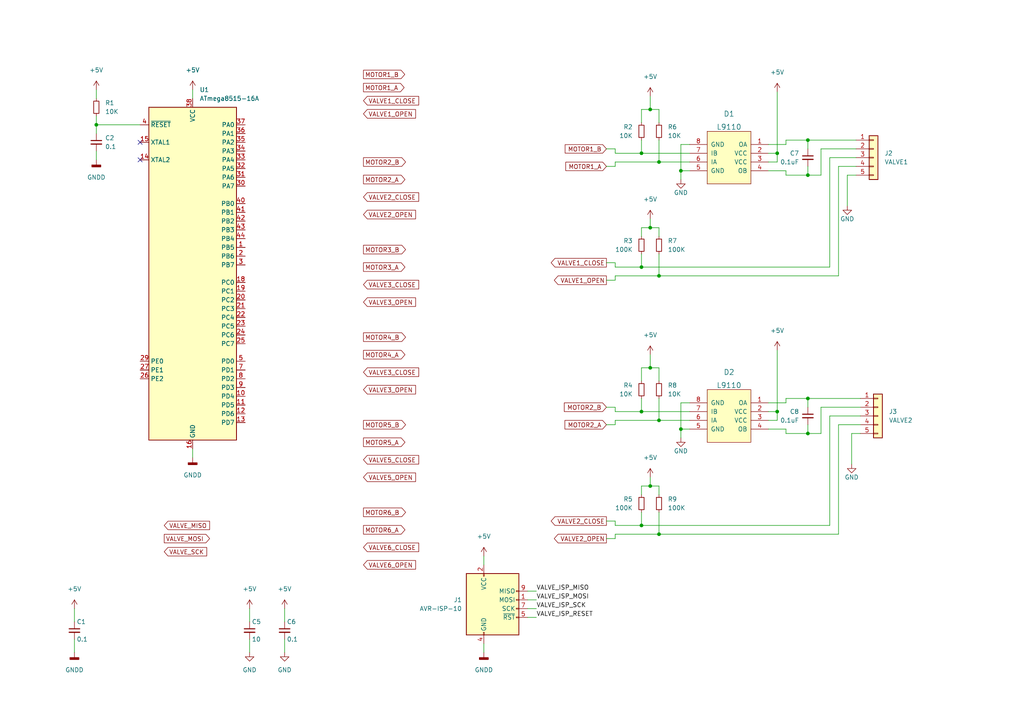
<source format=kicad_sch>
(kicad_sch (version 20211123) (generator eeschema)

  (uuid 18fee137-329f-41ab-8098-b3d99909c366)

  (paper "A4")

  (lib_symbols
    (symbol "Connector:AVR-ISP-10" (pin_names (offset 1.016)) (in_bom yes) (on_board yes)
      (property "Reference" "J" (id 0) (at -6.35 11.43 0)
        (effects (font (size 1.27 1.27)) (justify left))
      )
      (property "Value" "AVR-ISP-10" (id 1) (at 0 11.43 0)
        (effects (font (size 1.27 1.27)) (justify left))
      )
      (property "Footprint" "" (id 2) (at -6.35 1.27 90)
        (effects (font (size 1.27 1.27)) hide)
      )
      (property "Datasheet" " ~" (id 3) (at -32.385 -13.97 0)
        (effects (font (size 1.27 1.27)) hide)
      )
      (property "ki_keywords" "AVR ISP Connector" (id 4) (at 0 0 0)
        (effects (font (size 1.27 1.27)) hide)
      )
      (property "ki_description" "Atmel 10-pin ISP connector" (id 5) (at 0 0 0)
        (effects (font (size 1.27 1.27)) hide)
      )
      (property "ki_fp_filters" "IDC?Header*2x05* Pin?Header*2x05*" (id 6) (at 0 0 0)
        (effects (font (size 1.27 1.27)) hide)
      )
      (symbol "AVR-ISP-10_0_1"
        (rectangle (start -2.667 -6.858) (end -2.413 -7.62)
          (stroke (width 0) (type default) (color 0 0 0 0))
          (fill (type none))
        )
        (rectangle (start -2.667 10.16) (end -2.413 9.398)
          (stroke (width 0) (type default) (color 0 0 0 0))
          (fill (type none))
        )
        (rectangle (start 7.62 -2.413) (end 6.858 -2.667)
          (stroke (width 0) (type default) (color 0 0 0 0))
          (fill (type none))
        )
        (rectangle (start 7.62 0.127) (end 6.858 -0.127)
          (stroke (width 0) (type default) (color 0 0 0 0))
          (fill (type none))
        )
        (rectangle (start 7.62 2.667) (end 6.858 2.413)
          (stroke (width 0) (type default) (color 0 0 0 0))
          (fill (type none))
        )
        (rectangle (start 7.62 5.207) (end 6.858 4.953)
          (stroke (width 0) (type default) (color 0 0 0 0))
          (fill (type none))
        )
        (rectangle (start 7.62 10.16) (end -7.62 -7.62)
          (stroke (width 0.254) (type default) (color 0 0 0 0))
          (fill (type background))
        )
      )
      (symbol "AVR-ISP-10_1_1"
        (pin passive line (at 10.16 2.54 180) (length 2.54)
          (name "MOSI" (effects (font (size 1.27 1.27))))
          (number "1" (effects (font (size 1.27 1.27))))
        )
        (pin passive line (at -2.54 -10.16 90) (length 2.54) hide
          (name "GND" (effects (font (size 1.27 1.27))))
          (number "10" (effects (font (size 1.27 1.27))))
        )
        (pin passive line (at -2.54 12.7 270) (length 2.54)
          (name "VCC" (effects (font (size 1.27 1.27))))
          (number "2" (effects (font (size 1.27 1.27))))
        )
        (pin no_connect line (at 7.62 -5.08 180) (length 2.54) hide
          (name "NC" (effects (font (size 1.27 1.27))))
          (number "3" (effects (font (size 1.27 1.27))))
        )
        (pin passive line (at -2.54 -10.16 90) (length 2.54)
          (name "GND" (effects (font (size 1.27 1.27))))
          (number "4" (effects (font (size 1.27 1.27))))
        )
        (pin passive line (at 10.16 -2.54 180) (length 2.54)
          (name "~{RST}" (effects (font (size 1.27 1.27))))
          (number "5" (effects (font (size 1.27 1.27))))
        )
        (pin passive line (at -2.54 -10.16 90) (length 2.54) hide
          (name "GND" (effects (font (size 1.27 1.27))))
          (number "6" (effects (font (size 1.27 1.27))))
        )
        (pin passive line (at 10.16 0 180) (length 2.54)
          (name "SCK" (effects (font (size 1.27 1.27))))
          (number "7" (effects (font (size 1.27 1.27))))
        )
        (pin passive line (at -2.54 -10.16 90) (length 2.54) hide
          (name "GND" (effects (font (size 1.27 1.27))))
          (number "8" (effects (font (size 1.27 1.27))))
        )
        (pin passive line (at 10.16 5.08 180) (length 2.54)
          (name "MISO" (effects (font (size 1.27 1.27))))
          (number "9" (effects (font (size 1.27 1.27))))
        )
      )
    )
    (symbol "Connector_Generic:Conn_01x05" (pin_names (offset 1.016) hide) (in_bom yes) (on_board yes)
      (property "Reference" "J" (id 0) (at 0 7.62 0)
        (effects (font (size 1.27 1.27)))
      )
      (property "Value" "Conn_01x05" (id 1) (at 0 -7.62 0)
        (effects (font (size 1.27 1.27)))
      )
      (property "Footprint" "" (id 2) (at 0 0 0)
        (effects (font (size 1.27 1.27)) hide)
      )
      (property "Datasheet" "~" (id 3) (at 0 0 0)
        (effects (font (size 1.27 1.27)) hide)
      )
      (property "ki_keywords" "connector" (id 4) (at 0 0 0)
        (effects (font (size 1.27 1.27)) hide)
      )
      (property "ki_description" "Generic connector, single row, 01x05, script generated (kicad-library-utils/schlib/autogen/connector/)" (id 5) (at 0 0 0)
        (effects (font (size 1.27 1.27)) hide)
      )
      (property "ki_fp_filters" "Connector*:*_1x??_*" (id 6) (at 0 0 0)
        (effects (font (size 1.27 1.27)) hide)
      )
      (symbol "Conn_01x05_1_1"
        (rectangle (start -1.27 -4.953) (end 0 -5.207)
          (stroke (width 0.1524) (type default) (color 0 0 0 0))
          (fill (type none))
        )
        (rectangle (start -1.27 -2.413) (end 0 -2.667)
          (stroke (width 0.1524) (type default) (color 0 0 0 0))
          (fill (type none))
        )
        (rectangle (start -1.27 0.127) (end 0 -0.127)
          (stroke (width 0.1524) (type default) (color 0 0 0 0))
          (fill (type none))
        )
        (rectangle (start -1.27 2.667) (end 0 2.413)
          (stroke (width 0.1524) (type default) (color 0 0 0 0))
          (fill (type none))
        )
        (rectangle (start -1.27 5.207) (end 0 4.953)
          (stroke (width 0.1524) (type default) (color 0 0 0 0))
          (fill (type none))
        )
        (rectangle (start -1.27 6.35) (end 1.27 -6.35)
          (stroke (width 0.254) (type default) (color 0 0 0 0))
          (fill (type background))
        )
        (pin passive line (at -5.08 5.08 0) (length 3.81)
          (name "Pin_1" (effects (font (size 1.27 1.27))))
          (number "1" (effects (font (size 1.27 1.27))))
        )
        (pin passive line (at -5.08 2.54 0) (length 3.81)
          (name "Pin_2" (effects (font (size 1.27 1.27))))
          (number "2" (effects (font (size 1.27 1.27))))
        )
        (pin passive line (at -5.08 0 0) (length 3.81)
          (name "Pin_3" (effects (font (size 1.27 1.27))))
          (number "3" (effects (font (size 1.27 1.27))))
        )
        (pin passive line (at -5.08 -2.54 0) (length 3.81)
          (name "Pin_4" (effects (font (size 1.27 1.27))))
          (number "4" (effects (font (size 1.27 1.27))))
        )
        (pin passive line (at -5.08 -5.08 0) (length 3.81)
          (name "Pin_5" (effects (font (size 1.27 1.27))))
          (number "5" (effects (font (size 1.27 1.27))))
        )
      )
    )
    (symbol "Device:C_Small" (pin_numbers hide) (pin_names (offset 0.254) hide) (in_bom yes) (on_board yes)
      (property "Reference" "C" (id 0) (at 0.254 1.778 0)
        (effects (font (size 1.27 1.27)) (justify left))
      )
      (property "Value" "C_Small" (id 1) (at 0.254 -2.032 0)
        (effects (font (size 1.27 1.27)) (justify left))
      )
      (property "Footprint" "" (id 2) (at 0 0 0)
        (effects (font (size 1.27 1.27)) hide)
      )
      (property "Datasheet" "~" (id 3) (at 0 0 0)
        (effects (font (size 1.27 1.27)) hide)
      )
      (property "ki_keywords" "capacitor cap" (id 4) (at 0 0 0)
        (effects (font (size 1.27 1.27)) hide)
      )
      (property "ki_description" "Unpolarized capacitor, small symbol" (id 5) (at 0 0 0)
        (effects (font (size 1.27 1.27)) hide)
      )
      (property "ki_fp_filters" "C_*" (id 6) (at 0 0 0)
        (effects (font (size 1.27 1.27)) hide)
      )
      (symbol "C_Small_0_1"
        (polyline
          (pts
            (xy -1.524 -0.508)
            (xy 1.524 -0.508)
          )
          (stroke (width 0.3302) (type default) (color 0 0 0 0))
          (fill (type none))
        )
        (polyline
          (pts
            (xy -1.524 0.508)
            (xy 1.524 0.508)
          )
          (stroke (width 0.3048) (type default) (color 0 0 0 0))
          (fill (type none))
        )
      )
      (symbol "C_Small_1_1"
        (pin passive line (at 0 2.54 270) (length 2.032)
          (name "~" (effects (font (size 1.27 1.27))))
          (number "1" (effects (font (size 1.27 1.27))))
        )
        (pin passive line (at 0 -2.54 90) (length 2.032)
          (name "~" (effects (font (size 1.27 1.27))))
          (number "2" (effects (font (size 1.27 1.27))))
        )
      )
    )
    (symbol "Device:R_Small" (pin_numbers hide) (pin_names (offset 0.254) hide) (in_bom yes) (on_board yes)
      (property "Reference" "R" (id 0) (at 0.762 0.508 0)
        (effects (font (size 1.27 1.27)) (justify left))
      )
      (property "Value" "R_Small" (id 1) (at 0.762 -1.016 0)
        (effects (font (size 1.27 1.27)) (justify left))
      )
      (property "Footprint" "" (id 2) (at 0 0 0)
        (effects (font (size 1.27 1.27)) hide)
      )
      (property "Datasheet" "~" (id 3) (at 0 0 0)
        (effects (font (size 1.27 1.27)) hide)
      )
      (property "ki_keywords" "R resistor" (id 4) (at 0 0 0)
        (effects (font (size 1.27 1.27)) hide)
      )
      (property "ki_description" "Resistor, small symbol" (id 5) (at 0 0 0)
        (effects (font (size 1.27 1.27)) hide)
      )
      (property "ki_fp_filters" "R_*" (id 6) (at 0 0 0)
        (effects (font (size 1.27 1.27)) hide)
      )
      (symbol "R_Small_0_1"
        (rectangle (start -0.762 1.778) (end 0.762 -1.778)
          (stroke (width 0.2032) (type default) (color 0 0 0 0))
          (fill (type none))
        )
      )
      (symbol "R_Small_1_1"
        (pin passive line (at 0 2.54 270) (length 0.762)
          (name "~" (effects (font (size 1.27 1.27))))
          (number "1" (effects (font (size 1.27 1.27))))
        )
        (pin passive line (at 0 -2.54 90) (length 0.762)
          (name "~" (effects (font (size 1.27 1.27))))
          (number "2" (effects (font (size 1.27 1.27))))
        )
      )
    )
    (symbol "MCU_Microchip_ATmega:ATmega8515-16A" (in_bom yes) (on_board yes)
      (property "Reference" "U" (id 0) (at -12.7 49.53 0)
        (effects (font (size 1.27 1.27)) (justify left bottom))
      )
      (property "Value" "ATmega8515-16A" (id 1) (at 2.54 -49.53 0)
        (effects (font (size 1.27 1.27)) (justify left top))
      )
      (property "Footprint" "Package_QFP:TQFP-44_10x10mm_P0.8mm" (id 2) (at 0 0 0)
        (effects (font (size 1.27 1.27) italic) hide)
      )
      (property "Datasheet" "http://ww1.microchip.com/downloads/en/DeviceDoc/doc2512.pdf" (id 3) (at 0 0 0)
        (effects (font (size 1.27 1.27)) hide)
      )
      (property "ki_keywords" "AVR 8bit Microcontroller MegaAVR" (id 4) (at 0 0 0)
        (effects (font (size 1.27 1.27)) hide)
      )
      (property "ki_description" "16MHz, 8kB Flash, 512B SRAM, 512B EEPROM, TQFP-44" (id 5) (at 0 0 0)
        (effects (font (size 1.27 1.27)) hide)
      )
      (property "ki_fp_filters" "TQFP*10x10mm*P0.8mm*" (id 6) (at 0 0 0)
        (effects (font (size 1.27 1.27)) hide)
      )
      (symbol "ATmega8515-16A_0_1"
        (rectangle (start -12.7 -48.26) (end 12.7 48.26)
          (stroke (width 0.254) (type default) (color 0 0 0 0))
          (fill (type background))
        )
      )
      (symbol "ATmega8515-16A_1_1"
        (pin bidirectional line (at 15.24 7.62 180) (length 2.54)
          (name "PB5" (effects (font (size 1.27 1.27))))
          (number "1" (effects (font (size 1.27 1.27))))
        )
        (pin bidirectional line (at 15.24 -35.56 180) (length 2.54)
          (name "PD4" (effects (font (size 1.27 1.27))))
          (number "10" (effects (font (size 1.27 1.27))))
        )
        (pin bidirectional line (at 15.24 -38.1 180) (length 2.54)
          (name "PD5" (effects (font (size 1.27 1.27))))
          (number "11" (effects (font (size 1.27 1.27))))
        )
        (pin bidirectional line (at 15.24 -40.64 180) (length 2.54)
          (name "PD6" (effects (font (size 1.27 1.27))))
          (number "12" (effects (font (size 1.27 1.27))))
        )
        (pin bidirectional line (at 15.24 -43.18 180) (length 2.54)
          (name "PD7" (effects (font (size 1.27 1.27))))
          (number "13" (effects (font (size 1.27 1.27))))
        )
        (pin output line (at -15.24 33.02 0) (length 2.54)
          (name "XTAL2" (effects (font (size 1.27 1.27))))
          (number "14" (effects (font (size 1.27 1.27))))
        )
        (pin input line (at -15.24 38.1 0) (length 2.54)
          (name "XTAL1" (effects (font (size 1.27 1.27))))
          (number "15" (effects (font (size 1.27 1.27))))
        )
        (pin power_in line (at 0 -50.8 90) (length 2.54)
          (name "GND" (effects (font (size 1.27 1.27))))
          (number "16" (effects (font (size 1.27 1.27))))
        )
        (pin no_connect line (at -12.7 -40.64 0) (length 2.54) hide
          (name "NC" (effects (font (size 1.27 1.27))))
          (number "17" (effects (font (size 1.27 1.27))))
        )
        (pin bidirectional line (at 15.24 -2.54 180) (length 2.54)
          (name "PC0" (effects (font (size 1.27 1.27))))
          (number "18" (effects (font (size 1.27 1.27))))
        )
        (pin bidirectional line (at 15.24 -5.08 180) (length 2.54)
          (name "PC1" (effects (font (size 1.27 1.27))))
          (number "19" (effects (font (size 1.27 1.27))))
        )
        (pin bidirectional line (at 15.24 5.08 180) (length 2.54)
          (name "PB6" (effects (font (size 1.27 1.27))))
          (number "2" (effects (font (size 1.27 1.27))))
        )
        (pin bidirectional line (at 15.24 -7.62 180) (length 2.54)
          (name "PC2" (effects (font (size 1.27 1.27))))
          (number "20" (effects (font (size 1.27 1.27))))
        )
        (pin bidirectional line (at 15.24 -10.16 180) (length 2.54)
          (name "PC3" (effects (font (size 1.27 1.27))))
          (number "21" (effects (font (size 1.27 1.27))))
        )
        (pin bidirectional line (at 15.24 -12.7 180) (length 2.54)
          (name "PC4" (effects (font (size 1.27 1.27))))
          (number "22" (effects (font (size 1.27 1.27))))
        )
        (pin bidirectional line (at 15.24 -15.24 180) (length 2.54)
          (name "PC5" (effects (font (size 1.27 1.27))))
          (number "23" (effects (font (size 1.27 1.27))))
        )
        (pin bidirectional line (at 15.24 -17.78 180) (length 2.54)
          (name "PC6" (effects (font (size 1.27 1.27))))
          (number "24" (effects (font (size 1.27 1.27))))
        )
        (pin bidirectional line (at 15.24 -20.32 180) (length 2.54)
          (name "PC7" (effects (font (size 1.27 1.27))))
          (number "25" (effects (font (size 1.27 1.27))))
        )
        (pin bidirectional line (at -15.24 -30.48 0) (length 2.54)
          (name "PE2" (effects (font (size 1.27 1.27))))
          (number "26" (effects (font (size 1.27 1.27))))
        )
        (pin bidirectional line (at -15.24 -27.94 0) (length 2.54)
          (name "PE1" (effects (font (size 1.27 1.27))))
          (number "27" (effects (font (size 1.27 1.27))))
        )
        (pin no_connect line (at -12.7 -43.18 0) (length 2.54) hide
          (name "NC" (effects (font (size 1.27 1.27))))
          (number "28" (effects (font (size 1.27 1.27))))
        )
        (pin bidirectional line (at -15.24 -25.4 0) (length 2.54)
          (name "PE0" (effects (font (size 1.27 1.27))))
          (number "29" (effects (font (size 1.27 1.27))))
        )
        (pin bidirectional line (at 15.24 2.54 180) (length 2.54)
          (name "PB7" (effects (font (size 1.27 1.27))))
          (number "3" (effects (font (size 1.27 1.27))))
        )
        (pin bidirectional line (at 15.24 25.4 180) (length 2.54)
          (name "PA7" (effects (font (size 1.27 1.27))))
          (number "30" (effects (font (size 1.27 1.27))))
        )
        (pin bidirectional line (at 15.24 27.94 180) (length 2.54)
          (name "PA6" (effects (font (size 1.27 1.27))))
          (number "31" (effects (font (size 1.27 1.27))))
        )
        (pin bidirectional line (at 15.24 30.48 180) (length 2.54)
          (name "PA5" (effects (font (size 1.27 1.27))))
          (number "32" (effects (font (size 1.27 1.27))))
        )
        (pin bidirectional line (at 15.24 33.02 180) (length 2.54)
          (name "PA4" (effects (font (size 1.27 1.27))))
          (number "33" (effects (font (size 1.27 1.27))))
        )
        (pin bidirectional line (at 15.24 35.56 180) (length 2.54)
          (name "PA3" (effects (font (size 1.27 1.27))))
          (number "34" (effects (font (size 1.27 1.27))))
        )
        (pin bidirectional line (at 15.24 38.1 180) (length 2.54)
          (name "PA2" (effects (font (size 1.27 1.27))))
          (number "35" (effects (font (size 1.27 1.27))))
        )
        (pin bidirectional line (at 15.24 40.64 180) (length 2.54)
          (name "PA1" (effects (font (size 1.27 1.27))))
          (number "36" (effects (font (size 1.27 1.27))))
        )
        (pin bidirectional line (at 15.24 43.18 180) (length 2.54)
          (name "PA0" (effects (font (size 1.27 1.27))))
          (number "37" (effects (font (size 1.27 1.27))))
        )
        (pin power_in line (at 0 50.8 270) (length 2.54)
          (name "VCC" (effects (font (size 1.27 1.27))))
          (number "38" (effects (font (size 1.27 1.27))))
        )
        (pin no_connect line (at -12.7 -45.72 0) (length 2.54) hide
          (name "NC" (effects (font (size 1.27 1.27))))
          (number "39" (effects (font (size 1.27 1.27))))
        )
        (pin input line (at -15.24 43.18 0) (length 2.54)
          (name "~{RESET}" (effects (font (size 1.27 1.27))))
          (number "4" (effects (font (size 1.27 1.27))))
        )
        (pin bidirectional line (at 15.24 20.32 180) (length 2.54)
          (name "PB0" (effects (font (size 1.27 1.27))))
          (number "40" (effects (font (size 1.27 1.27))))
        )
        (pin bidirectional line (at 15.24 17.78 180) (length 2.54)
          (name "PB1" (effects (font (size 1.27 1.27))))
          (number "41" (effects (font (size 1.27 1.27))))
        )
        (pin bidirectional line (at 15.24 15.24 180) (length 2.54)
          (name "PB2" (effects (font (size 1.27 1.27))))
          (number "42" (effects (font (size 1.27 1.27))))
        )
        (pin bidirectional line (at 15.24 12.7 180) (length 2.54)
          (name "PB3" (effects (font (size 1.27 1.27))))
          (number "43" (effects (font (size 1.27 1.27))))
        )
        (pin bidirectional line (at 15.24 10.16 180) (length 2.54)
          (name "PB4" (effects (font (size 1.27 1.27))))
          (number "44" (effects (font (size 1.27 1.27))))
        )
        (pin bidirectional line (at 15.24 -25.4 180) (length 2.54)
          (name "PD0" (effects (font (size 1.27 1.27))))
          (number "5" (effects (font (size 1.27 1.27))))
        )
        (pin no_connect line (at -12.7 -38.1 0) (length 2.54) hide
          (name "NC" (effects (font (size 1.27 1.27))))
          (number "6" (effects (font (size 1.27 1.27))))
        )
        (pin bidirectional line (at 15.24 -27.94 180) (length 2.54)
          (name "PD1" (effects (font (size 1.27 1.27))))
          (number "7" (effects (font (size 1.27 1.27))))
        )
        (pin bidirectional line (at 15.24 -30.48 180) (length 2.54)
          (name "PD2" (effects (font (size 1.27 1.27))))
          (number "8" (effects (font (size 1.27 1.27))))
        )
        (pin bidirectional line (at 15.24 -33.02 180) (length 2.54)
          (name "PD3" (effects (font (size 1.27 1.27))))
          (number "9" (effects (font (size 1.27 1.27))))
        )
      )
    )
    (symbol "plumbing_controller:L9110" (pin_names (offset 1.016)) (in_bom yes) (on_board yes)
      (property "Reference" "D2" (id 0) (at 0 12.7 0)
        (effects (font (size 1.524 1.524)))
      )
      (property "Value" "L9110" (id 1) (at 0 8.89 0)
        (effects (font (size 1.524 1.524)))
      )
      (property "Footprint" "Package_SO:SOP-8_3.76x4.96mm_P1.27mm" (id 2) (at 0 8.89 0)
        (effects (font (size 1.524 1.524)) hide)
      )
      (property "Datasheet" "" (id 3) (at 1.27 0 0)
        (effects (font (size 1.524 1.524)))
      )
      (symbol "L9110_0_1"
        (rectangle (start -6.35 7.62) (end 6.35 -7.62)
          (stroke (width 0) (type default) (color 0 0 0 0))
          (fill (type background))
        )
      )
      (symbol "L9110_1_1"
        (pin output line (at -11.43 3.81 0) (length 5.08)
          (name "OA" (effects (font (size 1.27 1.27))))
          (number "1" (effects (font (size 1.27 1.27))))
        )
        (pin power_in line (at -11.43 1.27 0) (length 5.08)
          (name "VCC" (effects (font (size 1.27 1.27))))
          (number "2" (effects (font (size 1.27 1.27))))
        )
        (pin power_in line (at -11.43 -1.27 0) (length 5.08)
          (name "VCC" (effects (font (size 1.27 1.27))))
          (number "3" (effects (font (size 1.27 1.27))))
        )
        (pin output line (at -11.43 -3.81 0) (length 5.08)
          (name "OB" (effects (font (size 1.27 1.27))))
          (number "4" (effects (font (size 1.27 1.27))))
        )
        (pin power_in line (at 11.43 -3.81 180) (length 5.08)
          (name "GND" (effects (font (size 1.27 1.27))))
          (number "5" (effects (font (size 1.27 1.27))))
        )
        (pin input line (at 11.43 -1.27 180) (length 5.08)
          (name "IA" (effects (font (size 1.27 1.27))))
          (number "6" (effects (font (size 1.27 1.27))))
        )
        (pin input line (at 11.43 1.27 180) (length 5.08)
          (name "IB" (effects (font (size 1.27 1.27))))
          (number "7" (effects (font (size 1.27 1.27))))
        )
        (pin power_in line (at 11.43 3.81 180) (length 5.08)
          (name "GND" (effects (font (size 1.27 1.27))))
          (number "8" (effects (font (size 1.27 1.27))))
        )
      )
    )
    (symbol "power:+5V" (power) (pin_names (offset 0)) (in_bom yes) (on_board yes)
      (property "Reference" "#PWR" (id 0) (at 0 -3.81 0)
        (effects (font (size 1.27 1.27)) hide)
      )
      (property "Value" "+5V" (id 1) (at 0 3.556 0)
        (effects (font (size 1.27 1.27)))
      )
      (property "Footprint" "" (id 2) (at 0 0 0)
        (effects (font (size 1.27 1.27)) hide)
      )
      (property "Datasheet" "" (id 3) (at 0 0 0)
        (effects (font (size 1.27 1.27)) hide)
      )
      (property "ki_keywords" "power-flag" (id 4) (at 0 0 0)
        (effects (font (size 1.27 1.27)) hide)
      )
      (property "ki_description" "Power symbol creates a global label with name \"+5V\"" (id 5) (at 0 0 0)
        (effects (font (size 1.27 1.27)) hide)
      )
      (symbol "+5V_0_1"
        (polyline
          (pts
            (xy -0.762 1.27)
            (xy 0 2.54)
          )
          (stroke (width 0) (type default) (color 0 0 0 0))
          (fill (type none))
        )
        (polyline
          (pts
            (xy 0 0)
            (xy 0 2.54)
          )
          (stroke (width 0) (type default) (color 0 0 0 0))
          (fill (type none))
        )
        (polyline
          (pts
            (xy 0 2.54)
            (xy 0.762 1.27)
          )
          (stroke (width 0) (type default) (color 0 0 0 0))
          (fill (type none))
        )
      )
      (symbol "+5V_1_1"
        (pin power_in line (at 0 0 90) (length 0) hide
          (name "+5V" (effects (font (size 1.27 1.27))))
          (number "1" (effects (font (size 1.27 1.27))))
        )
      )
    )
    (symbol "power:GND" (power) (pin_names (offset 0)) (in_bom yes) (on_board yes)
      (property "Reference" "#PWR" (id 0) (at 0 -6.35 0)
        (effects (font (size 1.27 1.27)) hide)
      )
      (property "Value" "GND" (id 1) (at 0 -3.81 0)
        (effects (font (size 1.27 1.27)))
      )
      (property "Footprint" "" (id 2) (at 0 0 0)
        (effects (font (size 1.27 1.27)) hide)
      )
      (property "Datasheet" "" (id 3) (at 0 0 0)
        (effects (font (size 1.27 1.27)) hide)
      )
      (property "ki_keywords" "power-flag" (id 4) (at 0 0 0)
        (effects (font (size 1.27 1.27)) hide)
      )
      (property "ki_description" "Power symbol creates a global label with name \"GND\" , ground" (id 5) (at 0 0 0)
        (effects (font (size 1.27 1.27)) hide)
      )
      (symbol "GND_0_1"
        (polyline
          (pts
            (xy 0 0)
            (xy 0 -1.27)
            (xy 1.27 -1.27)
            (xy 0 -2.54)
            (xy -1.27 -1.27)
            (xy 0 -1.27)
          )
          (stroke (width 0) (type default) (color 0 0 0 0))
          (fill (type none))
        )
      )
      (symbol "GND_1_1"
        (pin power_in line (at 0 0 270) (length 0) hide
          (name "GND" (effects (font (size 1.27 1.27))))
          (number "1" (effects (font (size 1.27 1.27))))
        )
      )
    )
    (symbol "power:GNDD" (power) (pin_names (offset 0)) (in_bom yes) (on_board yes)
      (property "Reference" "#PWR" (id 0) (at 0 -6.35 0)
        (effects (font (size 1.27 1.27)) hide)
      )
      (property "Value" "GNDD" (id 1) (at 0 -3.175 0)
        (effects (font (size 1.27 1.27)))
      )
      (property "Footprint" "" (id 2) (at 0 0 0)
        (effects (font (size 1.27 1.27)) hide)
      )
      (property "Datasheet" "" (id 3) (at 0 0 0)
        (effects (font (size 1.27 1.27)) hide)
      )
      (property "ki_keywords" "power-flag" (id 4) (at 0 0 0)
        (effects (font (size 1.27 1.27)) hide)
      )
      (property "ki_description" "Power symbol creates a global label with name \"GNDD\" , digital ground" (id 5) (at 0 0 0)
        (effects (font (size 1.27 1.27)) hide)
      )
      (symbol "GNDD_0_1"
        (rectangle (start -1.27 -1.524) (end 1.27 -2.032)
          (stroke (width 0.254) (type default) (color 0 0 0 0))
          (fill (type outline))
        )
        (polyline
          (pts
            (xy 0 0)
            (xy 0 -1.524)
          )
          (stroke (width 0) (type default) (color 0 0 0 0))
          (fill (type none))
        )
      )
      (symbol "GNDD_1_1"
        (pin power_in line (at 0 0 270) (length 0) hide
          (name "GNDD" (effects (font (size 1.27 1.27))))
          (number "1" (effects (font (size 1.27 1.27))))
        )
      )
    )
  )

  (junction (at 191.135 121.92) (diameter 0) (color 0 0 0 0)
    (uuid 16bf95f0-a406-4820-94df-b73ae130ad39)
  )
  (junction (at 188.595 31.75) (diameter 0) (color 0 0 0 0)
    (uuid 2e1025ec-3df9-4c6a-8254-8dc559b62152)
  )
  (junction (at 234.315 40.64) (diameter 0) (color 0 0 0 0)
    (uuid 3f90a797-c923-49fc-88e4-0249079cc94a)
  )
  (junction (at 186.055 152.4) (diameter 0) (color 0 0 0 0)
    (uuid 42423619-cf8b-4240-bf6c-ceee202a5df4)
  )
  (junction (at 188.595 66.04) (diameter 0) (color 0 0 0 0)
    (uuid 490582e9-52a3-4681-8278-ef49672b7af7)
  )
  (junction (at 191.135 80.01) (diameter 0) (color 0 0 0 0)
    (uuid 4c834a8a-10d0-499c-bce3-559388553b26)
  )
  (junction (at 234.315 115.57) (diameter 0) (color 0 0 0 0)
    (uuid 588fbde7-38ea-47e6-9ac7-bb290efb310c)
  )
  (junction (at 188.595 140.97) (diameter 0) (color 0 0 0 0)
    (uuid 635d82ca-af3c-4db3-8bc7-65800fbfe433)
  )
  (junction (at 186.055 44.45) (diameter 0) (color 0 0 0 0)
    (uuid 656dfc17-2e79-473f-89bd-1384b099f901)
  )
  (junction (at 191.135 154.94) (diameter 0) (color 0 0 0 0)
    (uuid 7510e0f5-0403-4b51-bdab-60eacac1db1f)
  )
  (junction (at 191.135 46.99) (diameter 0) (color 0 0 0 0)
    (uuid 926152d2-c568-4541-b40a-e33200b24e79)
  )
  (junction (at 186.055 77.47) (diameter 0) (color 0 0 0 0)
    (uuid 9280398d-bd01-48c1-86fd-04e6ec7cb529)
  )
  (junction (at 188.595 106.68) (diameter 0) (color 0 0 0 0)
    (uuid 931b2421-b8dd-4ffa-b577-3b3f92588475)
  )
  (junction (at 234.315 50.8) (diameter 0) (color 0 0 0 0)
    (uuid 97da67a5-f6d2-4c5e-af39-ab71dea9b95d)
  )
  (junction (at 225.425 44.45) (diameter 0) (color 0 0 0 0)
    (uuid b1d60160-2d98-411c-a6f4-4191fd6fdfa1)
  )
  (junction (at 186.055 119.38) (diameter 0) (color 0 0 0 0)
    (uuid bdf8da93-29bd-41b2-869f-0c8736dd1839)
  )
  (junction (at 197.485 124.46) (diameter 0) (color 0 0 0 0)
    (uuid bf59a383-a5fb-4942-a8f4-f5596a9c3bcb)
  )
  (junction (at 27.94 36.195) (diameter 0) (color 0 0 0 0)
    (uuid c6b5d029-db2f-4329-a88c-f5a5dfbdb88a)
  )
  (junction (at 234.315 125.73) (diameter 0) (color 0 0 0 0)
    (uuid d9bfeb4e-6213-4ae7-a3b9-6d25f4d9fdb6)
  )
  (junction (at 225.425 119.38) (diameter 0) (color 0 0 0 0)
    (uuid f2c2be7c-ddc8-4272-bfaa-9061cee9e49e)
  )
  (junction (at 197.485 49.53) (diameter 0) (color 0 0 0 0)
    (uuid f7c1dddb-0914-4126-bd78-81360fe0584e)
  )

  (no_connect (at 40.64 41.275) (uuid cc4f4cce-4d07-46c5-ac55-63fd485fb43d))
  (no_connect (at 40.64 46.355) (uuid cc4f4cce-4d07-46c5-ac55-63fd485fb43e))

  (wire (pts (xy 234.315 115.57) (xy 234.315 118.11))
    (stroke (width 0) (type default) (color 0 0 0 0))
    (uuid 0005e545-95fe-40a7-8e20-f694427b17b3)
  )
  (wire (pts (xy 178.435 44.45) (xy 178.435 43.18))
    (stroke (width 0) (type default) (color 0 0 0 0))
    (uuid 002ff497-94fb-412c-a707-4090f158565d)
  )
  (wire (pts (xy 178.435 121.92) (xy 178.435 123.19))
    (stroke (width 0) (type default) (color 0 0 0 0))
    (uuid 0203354a-ec67-4943-a555-c7e092e63955)
  )
  (wire (pts (xy 188.595 106.68) (xy 186.055 106.68))
    (stroke (width 0) (type default) (color 0 0 0 0))
    (uuid 04d0b638-34b5-4334-8b00-8de732e279a2)
  )
  (wire (pts (xy 227.965 50.8) (xy 227.965 49.53))
    (stroke (width 0) (type default) (color 0 0 0 0))
    (uuid 0a836d16-7140-4b0c-9cee-8ab0bad9f445)
  )
  (wire (pts (xy 140.335 189.23) (xy 140.335 186.69))
    (stroke (width 0) (type default) (color 0 0 0 0))
    (uuid 105468b0-9040-4189-ade6-77f721e4e4aa)
  )
  (wire (pts (xy 27.94 36.195) (xy 40.64 36.195))
    (stroke (width 0) (type default) (color 0 0 0 0))
    (uuid 10ba1b23-7a0f-43f0-b93c-fb77e722a2fa)
  )
  (wire (pts (xy 249.555 123.19) (xy 243.205 123.19))
    (stroke (width 0) (type default) (color 0 0 0 0))
    (uuid 15a39d90-33a7-4224-8ebe-79e10131b872)
  )
  (wire (pts (xy 249.555 115.57) (xy 234.315 115.57))
    (stroke (width 0) (type default) (color 0 0 0 0))
    (uuid 170fe5ae-68c3-44d2-a0e3-17128dc0c051)
  )
  (wire (pts (xy 155.575 171.45) (xy 153.035 171.45))
    (stroke (width 0) (type default) (color 0 0 0 0))
    (uuid 19d1a041-5650-427f-8c95-1136cfbc9b20)
  )
  (wire (pts (xy 200.025 116.84) (xy 197.485 116.84))
    (stroke (width 0) (type default) (color 0 0 0 0))
    (uuid 1c365db9-a031-44f0-8973-c5d1204df9d0)
  )
  (wire (pts (xy 234.315 125.73) (xy 227.965 125.73))
    (stroke (width 0) (type default) (color 0 0 0 0))
    (uuid 1e052265-3930-4e45-a83f-33d6802c70d8)
  )
  (wire (pts (xy 240.665 152.4) (xy 186.055 152.4))
    (stroke (width 0) (type default) (color 0 0 0 0))
    (uuid 1e874866-aef6-49e7-a8ef-111d3ba06bae)
  )
  (wire (pts (xy 248.285 40.64) (xy 234.315 40.64))
    (stroke (width 0) (type default) (color 0 0 0 0))
    (uuid 1f4d81b4-271f-465f-8962-6b8a819a0792)
  )
  (wire (pts (xy 248.285 45.72) (xy 240.665 45.72))
    (stroke (width 0) (type default) (color 0 0 0 0))
    (uuid 2108d63a-b7c4-406c-aefd-238d45f74f91)
  )
  (wire (pts (xy 225.425 26.67) (xy 225.425 44.45))
    (stroke (width 0) (type default) (color 0 0 0 0))
    (uuid 214762c6-30f6-441c-a6bf-96d96a28d7c2)
  )
  (wire (pts (xy 186.055 31.75) (xy 186.055 35.56))
    (stroke (width 0) (type default) (color 0 0 0 0))
    (uuid 21536b21-e9f1-44c4-b25f-e708929149ab)
  )
  (wire (pts (xy 140.335 161.29) (xy 140.335 163.83))
    (stroke (width 0) (type default) (color 0 0 0 0))
    (uuid 22c953f4-e020-46a5-b6f6-ff8ad8e90932)
  )
  (wire (pts (xy 225.425 101.6) (xy 225.425 119.38))
    (stroke (width 0) (type default) (color 0 0 0 0))
    (uuid 24e29119-52f0-42cf-b386-9b0448c7279e)
  )
  (wire (pts (xy 178.435 48.26) (xy 175.895 48.26))
    (stroke (width 0) (type default) (color 0 0 0 0))
    (uuid 282513b4-7e31-42ed-8d4e-6d574330b353)
  )
  (wire (pts (xy 191.135 40.64) (xy 191.135 46.99))
    (stroke (width 0) (type default) (color 0 0 0 0))
    (uuid 28705f45-a5f5-475c-aeb9-b6e5139f0e39)
  )
  (wire (pts (xy 191.135 143.51) (xy 191.135 140.97))
    (stroke (width 0) (type default) (color 0 0 0 0))
    (uuid 289bfcdb-55b7-4900-80e4-643ada164db6)
  )
  (wire (pts (xy 188.595 31.75) (xy 186.055 31.75))
    (stroke (width 0) (type default) (color 0 0 0 0))
    (uuid 2901e111-dd7c-42c0-ace9-e4d51e7d1168)
  )
  (wire (pts (xy 178.435 77.47) (xy 178.435 76.2))
    (stroke (width 0) (type default) (color 0 0 0 0))
    (uuid 29ef84d5-eab3-4045-9e37-50a52ced4f6a)
  )
  (wire (pts (xy 200.025 46.99) (xy 191.135 46.99))
    (stroke (width 0) (type default) (color 0 0 0 0))
    (uuid 2a55ce23-a951-491b-9d9d-3bc6e3553373)
  )
  (wire (pts (xy 245.745 59.69) (xy 245.745 50.8))
    (stroke (width 0) (type default) (color 0 0 0 0))
    (uuid 2a7bbbf6-54ac-4d0b-9516-f495a7c81aa7)
  )
  (wire (pts (xy 238.125 50.8) (xy 234.315 50.8))
    (stroke (width 0) (type default) (color 0 0 0 0))
    (uuid 2c2f1194-36f8-44df-88c7-ff3d496df4e1)
  )
  (wire (pts (xy 27.94 43.815) (xy 27.94 46.355))
    (stroke (width 0) (type default) (color 0 0 0 0))
    (uuid 36324a6b-d45c-4aae-9114-55444a848b90)
  )
  (wire (pts (xy 225.425 119.38) (xy 225.425 121.92))
    (stroke (width 0) (type default) (color 0 0 0 0))
    (uuid 3816aef3-ba70-4973-b469-a4a86fb13449)
  )
  (wire (pts (xy 27.94 36.195) (xy 27.94 38.735))
    (stroke (width 0) (type default) (color 0 0 0 0))
    (uuid 3978b0b8-8564-47ac-a955-6ffa4c291b64)
  )
  (wire (pts (xy 188.595 63.5) (xy 188.595 66.04))
    (stroke (width 0) (type default) (color 0 0 0 0))
    (uuid 39a03480-711d-48e9-975a-884e5a46f481)
  )
  (wire (pts (xy 200.025 121.92) (xy 191.135 121.92))
    (stroke (width 0) (type default) (color 0 0 0 0))
    (uuid 421b7dc9-559e-4fde-99dd-37af250545ed)
  )
  (wire (pts (xy 245.745 50.8) (xy 248.285 50.8))
    (stroke (width 0) (type default) (color 0 0 0 0))
    (uuid 435dfca0-637a-4599-afd7-67085a0d8890)
  )
  (wire (pts (xy 188.595 27.94) (xy 188.595 31.75))
    (stroke (width 0) (type default) (color 0 0 0 0))
    (uuid 44e19885-c1a6-4e6a-a3ef-3cfcc53ff0a7)
  )
  (wire (pts (xy 178.435 119.38) (xy 178.435 118.11))
    (stroke (width 0) (type default) (color 0 0 0 0))
    (uuid 452051d6-25de-4c73-b067-fef46b80171a)
  )
  (wire (pts (xy 72.39 185.42) (xy 72.39 189.23))
    (stroke (width 0) (type default) (color 0 0 0 0))
    (uuid 45a4c7fe-ecb5-4ec2-a045-10617ac2890f)
  )
  (wire (pts (xy 197.485 41.91) (xy 197.485 49.53))
    (stroke (width 0) (type default) (color 0 0 0 0))
    (uuid 46abdee8-171f-4bd0-9287-60a807a0ee11)
  )
  (wire (pts (xy 191.135 80.01) (xy 178.435 80.01))
    (stroke (width 0) (type default) (color 0 0 0 0))
    (uuid 46b91c52-2dde-4f50-8232-1e22c250b5aa)
  )
  (wire (pts (xy 238.125 43.18) (xy 238.125 50.8))
    (stroke (width 0) (type default) (color 0 0 0 0))
    (uuid 4ca9ad76-b04f-418f-b8cb-555dafd81d6a)
  )
  (wire (pts (xy 178.435 76.2) (xy 175.895 76.2))
    (stroke (width 0) (type default) (color 0 0 0 0))
    (uuid 56dd1b6e-bece-49c0-865f-894ce50a3e00)
  )
  (wire (pts (xy 186.055 152.4) (xy 178.435 152.4))
    (stroke (width 0) (type default) (color 0 0 0 0))
    (uuid 5d34c0ca-a95a-4f44-be30-1de300cae993)
  )
  (wire (pts (xy 200.025 41.91) (xy 197.485 41.91))
    (stroke (width 0) (type default) (color 0 0 0 0))
    (uuid 5e27c0b5-5f39-4f35-bda1-b7824fd0fa19)
  )
  (wire (pts (xy 191.135 46.99) (xy 178.435 46.99))
    (stroke (width 0) (type default) (color 0 0 0 0))
    (uuid 5fdd061c-c4ba-4fb4-b399-55382e5f40fd)
  )
  (wire (pts (xy 227.965 40.64) (xy 227.965 41.91))
    (stroke (width 0) (type default) (color 0 0 0 0))
    (uuid 62bf9832-a8de-4e86-9893-ed17aa788a1b)
  )
  (wire (pts (xy 178.435 43.18) (xy 175.895 43.18))
    (stroke (width 0) (type default) (color 0 0 0 0))
    (uuid 63f44921-049b-4ac7-a013-c2813731d0b5)
  )
  (wire (pts (xy 225.425 46.99) (xy 222.885 46.99))
    (stroke (width 0) (type default) (color 0 0 0 0))
    (uuid 64b95130-170c-44bc-b554-bee92402244b)
  )
  (wire (pts (xy 243.205 80.01) (xy 191.135 80.01))
    (stroke (width 0) (type default) (color 0 0 0 0))
    (uuid 6672b3bb-07c5-4d5a-865d-bc11ed4db4fe)
  )
  (wire (pts (xy 191.135 148.59) (xy 191.135 154.94))
    (stroke (width 0) (type default) (color 0 0 0 0))
    (uuid 66788766-bf59-43b2-9cb0-2cfbcab6ac9c)
  )
  (wire (pts (xy 197.485 124.46) (xy 200.025 124.46))
    (stroke (width 0) (type default) (color 0 0 0 0))
    (uuid 66b5b266-9493-4f5b-acd0-b093f8848c25)
  )
  (wire (pts (xy 249.555 118.11) (xy 238.125 118.11))
    (stroke (width 0) (type default) (color 0 0 0 0))
    (uuid 66f2f707-2bd9-4832-985e-8d0c98268ed8)
  )
  (wire (pts (xy 82.55 176.53) (xy 82.55 180.34))
    (stroke (width 0) (type default) (color 0 0 0 0))
    (uuid 699ba9f7-ff22-414a-ab08-6157f46dbaa4)
  )
  (wire (pts (xy 178.435 152.4) (xy 178.435 151.13))
    (stroke (width 0) (type default) (color 0 0 0 0))
    (uuid 6a26675a-5fdb-4665-9962-e59c91a3075a)
  )
  (wire (pts (xy 186.055 115.57) (xy 186.055 119.38))
    (stroke (width 0) (type default) (color 0 0 0 0))
    (uuid 6ace9c13-cef9-48d2-962d-b8a7e03df69d)
  )
  (wire (pts (xy 225.425 121.92) (xy 222.885 121.92))
    (stroke (width 0) (type default) (color 0 0 0 0))
    (uuid 6d2b9d21-9d85-4077-9fec-8f50875685ae)
  )
  (wire (pts (xy 234.315 48.26) (xy 234.315 50.8))
    (stroke (width 0) (type default) (color 0 0 0 0))
    (uuid 727b891b-7f44-4a13-bc4a-57b78cba01f9)
  )
  (wire (pts (xy 191.135 154.94) (xy 178.435 154.94))
    (stroke (width 0) (type default) (color 0 0 0 0))
    (uuid 7649fcd8-7923-4fcb-8140-fe8ce870d3d9)
  )
  (wire (pts (xy 191.135 35.56) (xy 191.135 31.75))
    (stroke (width 0) (type default) (color 0 0 0 0))
    (uuid 76f93442-0097-4cb9-8901-e593faa9b149)
  )
  (wire (pts (xy 82.55 185.42) (xy 82.55 189.23))
    (stroke (width 0) (type default) (color 0 0 0 0))
    (uuid 77d2c0cb-8528-4310-b336-f111f30cdc9d)
  )
  (wire (pts (xy 197.485 49.53) (xy 197.485 52.07))
    (stroke (width 0) (type default) (color 0 0 0 0))
    (uuid 7858a893-878c-4ba3-a45a-e91cafc87758)
  )
  (wire (pts (xy 178.435 118.11) (xy 175.895 118.11))
    (stroke (width 0) (type default) (color 0 0 0 0))
    (uuid 78a50e85-7ccb-4f62-a66b-579dc123f877)
  )
  (wire (pts (xy 186.055 106.68) (xy 186.055 110.49))
    (stroke (width 0) (type default) (color 0 0 0 0))
    (uuid 7ac25559-91de-4b94-aff2-b3a3e6b3958b)
  )
  (wire (pts (xy 178.435 81.28) (xy 178.435 80.01))
    (stroke (width 0) (type default) (color 0 0 0 0))
    (uuid 7b96e422-27b8-4cc1-8278-8be194dc7ae5)
  )
  (wire (pts (xy 191.135 73.66) (xy 191.135 80.01))
    (stroke (width 0) (type default) (color 0 0 0 0))
    (uuid 7c093a20-fbcf-4f7c-9bf8-8286ad5b2113)
  )
  (wire (pts (xy 225.425 44.45) (xy 225.425 46.99))
    (stroke (width 0) (type default) (color 0 0 0 0))
    (uuid 7cc6c890-83ea-4ff3-b4a7-432f0413feba)
  )
  (wire (pts (xy 197.485 124.46) (xy 197.485 127))
    (stroke (width 0) (type default) (color 0 0 0 0))
    (uuid 7f20a99c-50c2-437d-8c8c-40e0fb2a296b)
  )
  (wire (pts (xy 227.965 124.46) (xy 222.885 124.46))
    (stroke (width 0) (type default) (color 0 0 0 0))
    (uuid 7f2c9bf7-3cc3-49bd-b9d6-2fec83a4d11f)
  )
  (wire (pts (xy 186.055 77.47) (xy 178.435 77.47))
    (stroke (width 0) (type default) (color 0 0 0 0))
    (uuid 7f87043e-2f58-4d7e-b813-624ee3f7c461)
  )
  (wire (pts (xy 191.135 31.75) (xy 188.595 31.75))
    (stroke (width 0) (type default) (color 0 0 0 0))
    (uuid 82c646d1-ff8a-4481-9eee-b498cc91b0ea)
  )
  (wire (pts (xy 234.315 115.57) (xy 227.965 115.57))
    (stroke (width 0) (type default) (color 0 0 0 0))
    (uuid 847ff640-07ba-4a9a-9c55-140438f7cfdf)
  )
  (wire (pts (xy 178.435 123.19) (xy 175.895 123.19))
    (stroke (width 0) (type default) (color 0 0 0 0))
    (uuid 850a7278-4f0d-4caa-b7c4-e93133ca7ae3)
  )
  (wire (pts (xy 227.965 49.53) (xy 222.885 49.53))
    (stroke (width 0) (type default) (color 0 0 0 0))
    (uuid 8513cbc4-1a10-45c8-8111-8d71722f6eff)
  )
  (wire (pts (xy 197.485 49.53) (xy 200.025 49.53))
    (stroke (width 0) (type default) (color 0 0 0 0))
    (uuid 85cd97ab-cf4d-4e57-9df8-4235c51cf455)
  )
  (wire (pts (xy 191.135 68.58) (xy 191.135 66.04))
    (stroke (width 0) (type default) (color 0 0 0 0))
    (uuid 888ba55c-f753-44e6-9c9d-b3c4964f5586)
  )
  (wire (pts (xy 234.315 40.64) (xy 227.965 40.64))
    (stroke (width 0) (type default) (color 0 0 0 0))
    (uuid 8adff72a-3035-45e0-9c16-95620b77d4c5)
  )
  (wire (pts (xy 153.035 173.99) (xy 155.575 173.99))
    (stroke (width 0) (type default) (color 0 0 0 0))
    (uuid 8b779683-2976-40b7-8c68-58ac70a67fa1)
  )
  (wire (pts (xy 248.285 43.18) (xy 238.125 43.18))
    (stroke (width 0) (type default) (color 0 0 0 0))
    (uuid 8ed67c00-508c-42e2-9f70-52b75ba197d5)
  )
  (wire (pts (xy 234.315 50.8) (xy 227.965 50.8))
    (stroke (width 0) (type default) (color 0 0 0 0))
    (uuid 8f17b184-09f3-416f-9736-f4d22a018d74)
  )
  (wire (pts (xy 178.435 46.99) (xy 178.435 48.26))
    (stroke (width 0) (type default) (color 0 0 0 0))
    (uuid 90a391a7-88ac-473e-8292-351957c37a83)
  )
  (wire (pts (xy 234.315 40.64) (xy 234.315 43.18))
    (stroke (width 0) (type default) (color 0 0 0 0))
    (uuid 92d1803b-fdf9-4528-877e-ca948b53708b)
  )
  (wire (pts (xy 186.055 148.59) (xy 186.055 152.4))
    (stroke (width 0) (type default) (color 0 0 0 0))
    (uuid 9352f80e-afa4-4db6-831f-0022e1a9ef8d)
  )
  (wire (pts (xy 200.025 44.45) (xy 186.055 44.45))
    (stroke (width 0) (type default) (color 0 0 0 0))
    (uuid 936fa6d5-5b75-4dde-9f0f-c4e1e3323669)
  )
  (wire (pts (xy 175.895 81.28) (xy 178.435 81.28))
    (stroke (width 0) (type default) (color 0 0 0 0))
    (uuid 9654160c-62d0-40d1-9741-e38f87302675)
  )
  (wire (pts (xy 240.665 77.47) (xy 186.055 77.47))
    (stroke (width 0) (type default) (color 0 0 0 0))
    (uuid 99e8523e-1983-4ca7-84f4-4edbdc58bcb4)
  )
  (wire (pts (xy 27.94 33.655) (xy 27.94 36.195))
    (stroke (width 0) (type default) (color 0 0 0 0))
    (uuid 9d10a12e-a05d-4017-969f-849bd4f2a1c2)
  )
  (wire (pts (xy 234.315 123.19) (xy 234.315 125.73))
    (stroke (width 0) (type default) (color 0 0 0 0))
    (uuid 9dc94c75-a743-4204-94b6-b2cca732ef0e)
  )
  (wire (pts (xy 191.135 110.49) (xy 191.135 106.68))
    (stroke (width 0) (type default) (color 0 0 0 0))
    (uuid a117dda8-1b94-4507-9de4-c030033851c9)
  )
  (wire (pts (xy 188.595 138.43) (xy 188.595 140.97))
    (stroke (width 0) (type default) (color 0 0 0 0))
    (uuid a19b58b2-002b-4834-8e24-a752b1230b76)
  )
  (wire (pts (xy 249.555 120.65) (xy 240.665 120.65))
    (stroke (width 0) (type default) (color 0 0 0 0))
    (uuid a6e89974-d547-4cd8-819b-0a4d0b8a6130)
  )
  (wire (pts (xy 240.665 45.72) (xy 240.665 77.47))
    (stroke (width 0) (type default) (color 0 0 0 0))
    (uuid aa682c00-6430-41ea-9cf6-1571143942c3)
  )
  (wire (pts (xy 55.88 26.035) (xy 55.88 28.575))
    (stroke (width 0) (type default) (color 0 0 0 0))
    (uuid abc5b32c-a119-4f53-baa6-fe46feb8b801)
  )
  (wire (pts (xy 188.595 66.04) (xy 186.055 66.04))
    (stroke (width 0) (type default) (color 0 0 0 0))
    (uuid ae1be526-fa5a-4db7-84d2-fdb70e55b3ad)
  )
  (wire (pts (xy 227.965 115.57) (xy 227.965 116.84))
    (stroke (width 0) (type default) (color 0 0 0 0))
    (uuid b163950b-7e95-4b14-a271-c2dabb637cb1)
  )
  (wire (pts (xy 186.055 140.97) (xy 186.055 143.51))
    (stroke (width 0) (type default) (color 0 0 0 0))
    (uuid b18a7bcb-5977-4627-8399-d31031a6911b)
  )
  (wire (pts (xy 191.135 66.04) (xy 188.595 66.04))
    (stroke (width 0) (type default) (color 0 0 0 0))
    (uuid b26cf66a-8184-4a12-893d-84fae55e5601)
  )
  (wire (pts (xy 243.205 48.26) (xy 243.205 80.01))
    (stroke (width 0) (type default) (color 0 0 0 0))
    (uuid b42ae8c9-2c13-46b1-a4c0-712055871bc6)
  )
  (wire (pts (xy 178.435 156.21) (xy 178.435 154.94))
    (stroke (width 0) (type default) (color 0 0 0 0))
    (uuid b4848f04-b60a-43a5-84ee-dfb5ea55addd)
  )
  (wire (pts (xy 188.595 102.87) (xy 188.595 106.68))
    (stroke (width 0) (type default) (color 0 0 0 0))
    (uuid b984d304-e2e4-4266-9a67-b3efa5df05e0)
  )
  (wire (pts (xy 21.59 176.53) (xy 21.59 180.34))
    (stroke (width 0) (type default) (color 0 0 0 0))
    (uuid b9c20c10-0cf9-4831-b101-c5fc84a2430e)
  )
  (wire (pts (xy 243.205 123.19) (xy 243.205 154.94))
    (stroke (width 0) (type default) (color 0 0 0 0))
    (uuid bbd23e0d-57c3-4bab-a9a8-3d24aeaa3901)
  )
  (wire (pts (xy 238.125 118.11) (xy 238.125 125.73))
    (stroke (width 0) (type default) (color 0 0 0 0))
    (uuid bc721ff1-2ccb-494b-b383-2d1d0132b22c)
  )
  (wire (pts (xy 243.205 154.94) (xy 191.135 154.94))
    (stroke (width 0) (type default) (color 0 0 0 0))
    (uuid bf94014c-7b10-482f-953a-62b176e88d66)
  )
  (wire (pts (xy 186.055 44.45) (xy 178.435 44.45))
    (stroke (width 0) (type default) (color 0 0 0 0))
    (uuid bfe9da91-f017-4167-8eba-8fc14a976c87)
  )
  (wire (pts (xy 178.435 151.13) (xy 175.895 151.13))
    (stroke (width 0) (type default) (color 0 0 0 0))
    (uuid c1d542ff-b47d-4564-94df-6faec552d60c)
  )
  (wire (pts (xy 191.135 140.97) (xy 188.595 140.97))
    (stroke (width 0) (type default) (color 0 0 0 0))
    (uuid c3980671-2c46-40b7-a953-c93d7869c525)
  )
  (wire (pts (xy 27.94 26.035) (xy 27.94 28.575))
    (stroke (width 0) (type default) (color 0 0 0 0))
    (uuid c427ac0a-204f-4f3d-8b87-be64c32435d9)
  )
  (wire (pts (xy 186.055 119.38) (xy 178.435 119.38))
    (stroke (width 0) (type default) (color 0 0 0 0))
    (uuid c5cfd282-b388-45eb-a106-0fc3c70ba2f4)
  )
  (wire (pts (xy 191.135 106.68) (xy 188.595 106.68))
    (stroke (width 0) (type default) (color 0 0 0 0))
    (uuid c5f6a276-c764-4988-83ad-d1a2767aed48)
  )
  (wire (pts (xy 225.425 44.45) (xy 222.885 44.45))
    (stroke (width 0) (type default) (color 0 0 0 0))
    (uuid c62bd841-1431-4b9f-944e-ff8cfa57049b)
  )
  (wire (pts (xy 247.015 125.73) (xy 249.555 125.73))
    (stroke (width 0) (type default) (color 0 0 0 0))
    (uuid c8cfacb7-ac46-478c-b571-28d3e50c3da8)
  )
  (wire (pts (xy 200.025 119.38) (xy 186.055 119.38))
    (stroke (width 0) (type default) (color 0 0 0 0))
    (uuid c91bfc9e-faa8-4c50-8a35-53f40e68860e)
  )
  (wire (pts (xy 248.285 48.26) (xy 243.205 48.26))
    (stroke (width 0) (type default) (color 0 0 0 0))
    (uuid cc9a8ad7-bf79-4cf6-a111-fc91b11293a2)
  )
  (wire (pts (xy 240.665 120.65) (xy 240.665 152.4))
    (stroke (width 0) (type default) (color 0 0 0 0))
    (uuid cdfc79f4-d972-4e19-af21-bb9f381d296d)
  )
  (wire (pts (xy 227.965 116.84) (xy 222.885 116.84))
    (stroke (width 0) (type default) (color 0 0 0 0))
    (uuid cf7290ce-73c2-49a0-830c-0b568edfc7ae)
  )
  (wire (pts (xy 175.895 156.21) (xy 178.435 156.21))
    (stroke (width 0) (type default) (color 0 0 0 0))
    (uuid cfac29a4-0b0a-45b3-b291-6add4d1a8529)
  )
  (wire (pts (xy 238.125 125.73) (xy 234.315 125.73))
    (stroke (width 0) (type default) (color 0 0 0 0))
    (uuid d3526fd3-9d1c-4077-9f11-c9bfbc8e17ec)
  )
  (wire (pts (xy 55.88 132.715) (xy 55.88 130.175))
    (stroke (width 0) (type default) (color 0 0 0 0))
    (uuid d8d228b1-cef2-4b07-aa4d-f241712c920e)
  )
  (wire (pts (xy 188.595 140.97) (xy 186.055 140.97))
    (stroke (width 0) (type default) (color 0 0 0 0))
    (uuid d954681e-7ed8-4e24-a88a-d39a5cd56694)
  )
  (wire (pts (xy 155.575 176.53) (xy 153.035 176.53))
    (stroke (width 0) (type default) (color 0 0 0 0))
    (uuid dd663163-507d-4f68-a3d2-616eac4c4379)
  )
  (wire (pts (xy 227.965 41.91) (xy 222.885 41.91))
    (stroke (width 0) (type default) (color 0 0 0 0))
    (uuid dd680a76-136d-419d-af2e-fd065f6428d2)
  )
  (wire (pts (xy 225.425 119.38) (xy 222.885 119.38))
    (stroke (width 0) (type default) (color 0 0 0 0))
    (uuid e181e4ff-d00b-4c5e-85ec-ab554725b0e0)
  )
  (wire (pts (xy 186.055 73.66) (xy 186.055 77.47))
    (stroke (width 0) (type default) (color 0 0 0 0))
    (uuid e511fcba-b0dd-4a28-a935-5d14a8e1a153)
  )
  (wire (pts (xy 155.575 179.07) (xy 153.035 179.07))
    (stroke (width 0) (type default) (color 0 0 0 0))
    (uuid e5fdbad6-52db-4705-8366-fbaebddb6d03)
  )
  (wire (pts (xy 72.39 176.53) (xy 72.39 180.34))
    (stroke (width 0) (type default) (color 0 0 0 0))
    (uuid e607c9f0-2383-471c-ba4d-8398bf0a1fd8)
  )
  (wire (pts (xy 191.135 115.57) (xy 191.135 121.92))
    (stroke (width 0) (type default) (color 0 0 0 0))
    (uuid e8037c99-20c1-4d2d-9bee-7efa0d50f2be)
  )
  (wire (pts (xy 227.965 125.73) (xy 227.965 124.46))
    (stroke (width 0) (type default) (color 0 0 0 0))
    (uuid f44b77db-1259-4ef4-9c15-8b52f01e5073)
  )
  (wire (pts (xy 186.055 40.64) (xy 186.055 44.45))
    (stroke (width 0) (type default) (color 0 0 0 0))
    (uuid f5fd0e23-b65e-4909-98a2-5f6e2a94a444)
  )
  (wire (pts (xy 197.485 116.84) (xy 197.485 124.46))
    (stroke (width 0) (type default) (color 0 0 0 0))
    (uuid f9c7cb0f-16e6-488e-9ff3-66fa3c3b25a7)
  )
  (wire (pts (xy 186.055 66.04) (xy 186.055 68.58))
    (stroke (width 0) (type default) (color 0 0 0 0))
    (uuid fa4fba04-1ec0-40a8-a5dd-08d352bc73cb)
  )
  (wire (pts (xy 247.015 134.62) (xy 247.015 125.73))
    (stroke (width 0) (type default) (color 0 0 0 0))
    (uuid fc6fc98f-1bc3-4fd3-8040-365786678553)
  )
  (wire (pts (xy 191.135 121.92) (xy 178.435 121.92))
    (stroke (width 0) (type default) (color 0 0 0 0))
    (uuid fc83437e-6945-40da-b8fc-e5c2fb81ca4a)
  )
  (wire (pts (xy 21.59 185.42) (xy 21.59 189.23))
    (stroke (width 0) (type default) (color 0 0 0 0))
    (uuid fff2c3e3-e61b-4a67-b720-0baac81e64a2)
  )

  (label "VALVE_ISP_RESET" (at 155.575 179.07 0)
    (effects (font (size 1.27 1.27)) (justify left bottom))
    (uuid 1669bb46-8a66-4401-92e8-5fe673ab2f41)
  )
  (label "VALVE_ISP_SCK" (at 155.575 176.53 0)
    (effects (font (size 1.27 1.27)) (justify left bottom))
    (uuid 63dbbce1-aeeb-4471-84a6-2dc3f0926b3b)
  )
  (label "VALVE_ISP_MISO" (at 155.575 171.45 0)
    (effects (font (size 1.27 1.27)) (justify left bottom))
    (uuid 784c6475-46c0-4354-b6c5-7a89ff8787e5)
  )
  (label "VALVE_ISP_MOSI" (at 155.575 173.99 0)
    (effects (font (size 1.27 1.27)) (justify left bottom))
    (uuid 95407ec7-1dab-4b9c-887b-529ab9d6b0b8)
  )

  (global_label "VALVE2_CLOSE" (shape output) (at 175.895 151.13 180) (fields_autoplaced)
    (effects (font (size 1.27 1.27)) (justify right))
    (uuid 034a1598-91ab-427f-bd7d-bf26675749f2)
    (property "Intersheet References" "${INTERSHEET_REFS}" (id 0) (at 159.8748 151.0506 0)
      (effects (font (size 1.27 1.27)) (justify right) hide)
    )
  )
  (global_label "VALVE6_OPEN" (shape input) (at 105.41 163.83 0) (fields_autoplaced)
    (effects (font (size 1.27 1.27)) (justify left))
    (uuid 0759a2a9-2bf0-4f03-a5ad-53f1f56924b6)
    (property "Intersheet References" "${INTERSHEET_REFS}" (id 0) (at 120.5231 163.7506 0)
      (effects (font (size 1.27 1.27)) (justify left) hide)
    )
  )
  (global_label "VALVE1_CLOSE" (shape output) (at 175.895 76.2 180) (fields_autoplaced)
    (effects (font (size 1.27 1.27)) (justify right))
    (uuid 07b5959e-511a-4935-93eb-3a54fef003f0)
    (property "Intersheet References" "${INTERSHEET_REFS}" (id 0) (at 159.8748 76.1206 0)
      (effects (font (size 1.27 1.27)) (justify right) hide)
    )
  )
  (global_label "MOTOR1_A" (shape input) (at 175.895 48.26 180) (fields_autoplaced)
    (effects (font (size 1.2446 1.2446)) (justify right))
    (uuid 130a0bd8-41ef-42dd-b92b-7accb294042b)
    (property "Intersheet References" "${INTERSHEET_REFS}" (id 0) (at 164.1068 48.1822 0)
      (effects (font (size 1.2446 1.2446)) (justify right) hide)
    )
  )
  (global_label "VALVE2_OPEN" (shape input) (at 105.41 62.23 0) (fields_autoplaced)
    (effects (font (size 1.27 1.27)) (justify left))
    (uuid 1dc22431-c766-4fb6-87df-2d35a4975777)
    (property "Intersheet References" "${INTERSHEET_REFS}" (id 0) (at 120.5231 62.1506 0)
      (effects (font (size 1.27 1.27)) (justify left) hide)
    )
  )
  (global_label "MOTOR2_B" (shape input) (at 175.895 118.11 180) (fields_autoplaced)
    (effects (font (size 1.27 1.27)) (justify right))
    (uuid 1ddbdff7-109e-48f7-add8-f4b4d1e41ed9)
    (property "Intersheet References" "${INTERSHEET_REFS}" (id 0) (at 163.6848 118.0306 0)
      (effects (font (size 1.27 1.27)) (justify right) hide)
    )
  )
  (global_label "MOTOR5_B" (shape output) (at 105.41 123.19 0) (fields_autoplaced)
    (effects (font (size 1.27 1.27)) (justify left))
    (uuid 22ccbf36-8135-4d4d-8d71-e2a7c712dab2)
    (property "Intersheet References" "${INTERSHEET_REFS}" (id 0) (at 117.6202 123.1106 0)
      (effects (font (size 1.27 1.27)) (justify left) hide)
    )
  )
  (global_label "VALVE_MISO" (shape input) (at 47.625 152.4 0) (fields_autoplaced)
    (effects (font (size 1.2446 1.2446)) (justify left))
    (uuid 264fa96e-f73f-4f88-bbd8-9b1cedc65a98)
    (property "Intersheet References" "${INTERSHEET_REFS}" (id 0) (at 60.7763 152.3222 0)
      (effects (font (size 1.2446 1.2446)) (justify left) hide)
    )
  )
  (global_label "MOTOR3_B" (shape output) (at 105.41 72.39 0) (fields_autoplaced)
    (effects (font (size 1.27 1.27)) (justify left))
    (uuid 2a6ffb84-c34f-4431-a10c-c7c20ec3cd6d)
    (property "Intersheet References" "${INTERSHEET_REFS}" (id 0) (at 117.6202 72.3106 0)
      (effects (font (size 1.27 1.27)) (justify left) hide)
    )
  )
  (global_label "MOTOR4_A" (shape output) (at 105.41 102.87 0) (fields_autoplaced)
    (effects (font (size 1.27 1.27)) (justify left))
    (uuid 446016c0-4dd9-4aad-a87f-ad17135ae1d3)
    (property "Intersheet References" "${INTERSHEET_REFS}" (id 0) (at 117.4388 102.7906 0)
      (effects (font (size 1.27 1.27)) (justify left) hide)
    )
  )
  (global_label "VALVE3_CLOSE" (shape input) (at 105.41 107.95 0) (fields_autoplaced)
    (effects (font (size 1.27 1.27)) (justify left))
    (uuid 471e8dd4-9beb-4fea-8551-418e74b4e489)
    (property "Intersheet References" "${INTERSHEET_REFS}" (id 0) (at 121.4302 107.8706 0)
      (effects (font (size 1.27 1.27)) (justify left) hide)
    )
  )
  (global_label "MOTOR6_A" (shape output) (at 105.41 153.67 0) (fields_autoplaced)
    (effects (font (size 1.27 1.27)) (justify left))
    (uuid 4af39642-28fc-44c4-ab41-6232d362c3d4)
    (property "Intersheet References" "${INTERSHEET_REFS}" (id 0) (at 117.4388 153.5906 0)
      (effects (font (size 1.27 1.27)) (justify left) hide)
    )
  )
  (global_label "VALVE3_CLOSE" (shape input) (at 105.41 82.55 0) (fields_autoplaced)
    (effects (font (size 1.27 1.27)) (justify left))
    (uuid 4e4ca9eb-3367-493b-9fd7-badbd1fdb33b)
    (property "Intersheet References" "${INTERSHEET_REFS}" (id 0) (at 121.4302 82.4706 0)
      (effects (font (size 1.27 1.27)) (justify left) hide)
    )
  )
  (global_label "VALVE2_CLOSE" (shape input) (at 105.41 57.15 0) (fields_autoplaced)
    (effects (font (size 1.27 1.27)) (justify left))
    (uuid 5c9f8084-ca6f-4fc0-bcf9-19e624fa2772)
    (property "Intersheet References" "${INTERSHEET_REFS}" (id 0) (at 121.4302 57.0706 0)
      (effects (font (size 1.27 1.27)) (justify left) hide)
    )
  )
  (global_label "VALVE5_CLOSE" (shape input) (at 105.41 133.35 0) (fields_autoplaced)
    (effects (font (size 1.27 1.27)) (justify left))
    (uuid 5cee18b9-be77-4234-9a81-3acd9ee1d355)
    (property "Intersheet References" "${INTERSHEET_REFS}" (id 0) (at 121.4302 133.2706 0)
      (effects (font (size 1.27 1.27)) (justify left) hide)
    )
  )
  (global_label "MOTOR6_B" (shape output) (at 105.41 148.59 0) (fields_autoplaced)
    (effects (font (size 1.27 1.27)) (justify left))
    (uuid 61d216b1-3e3b-4f30-a120-8bf6280d5478)
    (property "Intersheet References" "${INTERSHEET_REFS}" (id 0) (at 117.6202 148.5106 0)
      (effects (font (size 1.27 1.27)) (justify left) hide)
    )
  )
  (global_label "MOTOR4_B" (shape output) (at 105.41 97.79 0) (fields_autoplaced)
    (effects (font (size 1.27 1.27)) (justify left))
    (uuid 68e1bc6d-d655-4222-922b-9cb15a265b2a)
    (property "Intersheet References" "${INTERSHEET_REFS}" (id 0) (at 117.6202 97.7106 0)
      (effects (font (size 1.27 1.27)) (justify left) hide)
    )
  )
  (global_label "VALVE_MOSI" (shape output) (at 47.625 156.21 0) (fields_autoplaced)
    (effects (font (size 1.2446 1.2446)) (justify left))
    (uuid 6fe16ef0-b2dc-45d7-8ad3-af16b78e7642)
    (property "Intersheet References" "${INTERSHEET_REFS}" (id 0) (at 60.7763 156.1322 0)
      (effects (font (size 1.2446 1.2446)) (justify left) hide)
    )
  )
  (global_label "VALVE2_OPEN" (shape output) (at 175.895 156.21 180) (fields_autoplaced)
    (effects (font (size 1.27 1.27)) (justify right))
    (uuid 73f78d3f-8a86-44f0-b99d-befaf60c7069)
    (property "Intersheet References" "${INTERSHEET_REFS}" (id 0) (at 160.7819 156.1306 0)
      (effects (font (size 1.27 1.27)) (justify right) hide)
    )
  )
  (global_label "MOTOR3_A" (shape output) (at 105.41 77.47 0) (fields_autoplaced)
    (effects (font (size 1.27 1.27)) (justify left))
    (uuid 84416083-0914-4211-913f-5ff0f028a681)
    (property "Intersheet References" "${INTERSHEET_REFS}" (id 0) (at 117.4388 77.3906 0)
      (effects (font (size 1.27 1.27)) (justify left) hide)
    )
  )
  (global_label "MOTOR2_B" (shape output) (at 105.41 46.99 0) (fields_autoplaced)
    (effects (font (size 1.27 1.27)) (justify left))
    (uuid 8ba7db75-7a7b-4b0c-9847-0778afb843db)
    (property "Intersheet References" "${INTERSHEET_REFS}" (id 0) (at 117.6202 46.9106 0)
      (effects (font (size 1.27 1.27)) (justify left) hide)
    )
  )
  (global_label "MOTOR5_A" (shape output) (at 105.41 128.27 0) (fields_autoplaced)
    (effects (font (size 1.27 1.27)) (justify left))
    (uuid 970fcb5f-2829-4687-bb1e-5f813b18b876)
    (property "Intersheet References" "${INTERSHEET_REFS}" (id 0) (at 117.4388 128.1906 0)
      (effects (font (size 1.27 1.27)) (justify left) hide)
    )
  )
  (global_label "VALVE3_OPEN" (shape input) (at 105.41 113.03 0) (fields_autoplaced)
    (effects (font (size 1.27 1.27)) (justify left))
    (uuid 984e7b5d-7247-4c6d-9b0d-304a23eeb9ca)
    (property "Intersheet References" "${INTERSHEET_REFS}" (id 0) (at 120.5231 112.9506 0)
      (effects (font (size 1.27 1.27)) (justify left) hide)
    )
  )
  (global_label "VALVE1_OPEN" (shape input) (at 105.41 33.02 0) (fields_autoplaced)
    (effects (font (size 1.27 1.27)) (justify left))
    (uuid a361af4f-8b5b-4a73-90e4-4d2db519a456)
    (property "Intersheet References" "${INTERSHEET_REFS}" (id 0) (at 120.5231 32.9406 0)
      (effects (font (size 1.27 1.27)) (justify left) hide)
    )
  )
  (global_label "VALVE6_CLOSE" (shape input) (at 105.41 158.75 0) (fields_autoplaced)
    (effects (font (size 1.27 1.27)) (justify left))
    (uuid a3e315f2-952e-4763-8dfa-822d567e9e90)
    (property "Intersheet References" "${INTERSHEET_REFS}" (id 0) (at 121.4302 158.6706 0)
      (effects (font (size 1.27 1.27)) (justify left) hide)
    )
  )
  (global_label "MOTOR1_B" (shape output) (at 105.41 21.59 0) (fields_autoplaced)
    (effects (font (size 1.2446 1.2446)) (justify left))
    (uuid bacb2998-c5fa-496b-b9a5-419346ba84f5)
    (property "Intersheet References" "${INTERSHEET_REFS}" (id 0) (at 117.376 21.5122 0)
      (effects (font (size 1.2446 1.2446)) (justify left) hide)
    )
  )
  (global_label "VALVE3_OPEN" (shape input) (at 105.41 87.63 0) (fields_autoplaced)
    (effects (font (size 1.27 1.27)) (justify left))
    (uuid cf5517be-0765-42fe-bbf6-edda2f84d0ac)
    (property "Intersheet References" "${INTERSHEET_REFS}" (id 0) (at 120.5231 87.5506 0)
      (effects (font (size 1.27 1.27)) (justify left) hide)
    )
  )
  (global_label "MOTOR1_B" (shape input) (at 175.895 43.18 180) (fields_autoplaced)
    (effects (font (size 1.2446 1.2446)) (justify right))
    (uuid cf7e6594-c431-41e4-ae7d-5867d276ac79)
    (property "Intersheet References" "${INTERSHEET_REFS}" (id 0) (at 163.929 43.1022 0)
      (effects (font (size 1.2446 1.2446)) (justify right) hide)
    )
  )
  (global_label "MOTOR2_A" (shape input) (at 175.895 123.19 180) (fields_autoplaced)
    (effects (font (size 1.27 1.27)) (justify right))
    (uuid d17d83d9-8169-490f-81f9-ec3963ef86bb)
    (property "Intersheet References" "${INTERSHEET_REFS}" (id 0) (at 163.8662 123.1106 0)
      (effects (font (size 1.27 1.27)) (justify right) hide)
    )
  )
  (global_label "VALVE1_OPEN" (shape output) (at 175.895 81.28 180) (fields_autoplaced)
    (effects (font (size 1.27 1.27)) (justify right))
    (uuid d1e57c41-6ca0-4314-8a27-dcff1b189e81)
    (property "Intersheet References" "${INTERSHEET_REFS}" (id 0) (at 160.7819 81.2006 0)
      (effects (font (size 1.27 1.27)) (justify right) hide)
    )
  )
  (global_label "MOTOR2_A" (shape output) (at 105.41 52.07 0) (fields_autoplaced)
    (effects (font (size 1.27 1.27)) (justify left))
    (uuid d86ec9e0-ebdf-4d70-8e2d-1ea2b5527a35)
    (property "Intersheet References" "${INTERSHEET_REFS}" (id 0) (at 117.4388 51.9906 0)
      (effects (font (size 1.27 1.27)) (justify left) hide)
    )
  )
  (global_label "MOTOR1_A" (shape output) (at 105.41 25.4 0) (fields_autoplaced)
    (effects (font (size 1.2446 1.2446)) (justify left))
    (uuid dac327cb-9fc4-4323-8b12-e754a5ca2cd1)
    (property "Intersheet References" "${INTERSHEET_REFS}" (id 0) (at 117.1982 25.3222 0)
      (effects (font (size 1.2446 1.2446)) (justify left) hide)
    )
  )
  (global_label "VALVE5_OPEN" (shape input) (at 105.41 138.43 0) (fields_autoplaced)
    (effects (font (size 1.27 1.27)) (justify left))
    (uuid e5b98329-16e7-4082-bf60-5863399ca5a6)
    (property "Intersheet References" "${INTERSHEET_REFS}" (id 0) (at 120.5231 138.3506 0)
      (effects (font (size 1.27 1.27)) (justify left) hide)
    )
  )
  (global_label "VALVE_SCK" (shape input) (at 47.625 160.02 0) (fields_autoplaced)
    (effects (font (size 1.2446 1.2446)) (justify left))
    (uuid f8c93a45-b66c-4153-a41d-2147b9df9a5a)
    (property "Intersheet References" "${INTERSHEET_REFS}" (id 0) (at 59.9466 159.9422 0)
      (effects (font (size 1.2446 1.2446)) (justify left) hide)
    )
  )
  (global_label "VALVE1_CLOSE" (shape input) (at 105.41 29.21 0) (fields_autoplaced)
    (effects (font (size 1.27 1.27)) (justify left))
    (uuid fdaa2ffe-9cc5-4360-b970-6caed65d90d4)
    (property "Intersheet References" "${INTERSHEET_REFS}" (id 0) (at 121.4302 29.1306 0)
      (effects (font (size 1.27 1.27)) (justify left) hide)
    )
  )

  (symbol (lib_id "power:GNDD") (at 27.94 46.355 0) (unit 1)
    (in_bom yes) (on_board yes) (fields_autoplaced)
    (uuid 0111da51-2caa-4bd8-a5b8-213fc00a0e46)
    (property "Reference" "#PWR04" (id 0) (at 27.94 52.705 0)
      (effects (font (size 1.27 1.27)) hide)
    )
    (property "Value" "GNDD" (id 1) (at 27.94 51.435 0))
    (property "Footprint" "" (id 2) (at 27.94 46.355 0)
      (effects (font (size 1.27 1.27)) hide)
    )
    (property "Datasheet" "" (id 3) (at 27.94 46.355 0)
      (effects (font (size 1.27 1.27)) hide)
    )
    (pin "1" (uuid 3d986d01-51ba-400e-bbb0-b7d7940d4898))
  )

  (symbol (lib_id "power:+5V") (at 21.59 176.53 0) (unit 1)
    (in_bom yes) (on_board yes) (fields_autoplaced)
    (uuid 087996e9-b3ee-468a-a9b5-37a101962217)
    (property "Reference" "#PWR0122" (id 0) (at 21.59 180.34 0)
      (effects (font (size 1.27 1.27)) hide)
    )
    (property "Value" "+5V" (id 1) (at 21.59 170.815 0))
    (property "Footprint" "" (id 2) (at 21.59 176.53 0)
      (effects (font (size 1.27 1.27)) hide)
    )
    (property "Datasheet" "" (id 3) (at 21.59 176.53 0)
      (effects (font (size 1.27 1.27)) hide)
    )
    (pin "1" (uuid 9c0a806d-70cc-4c79-8897-47edc68b3e22))
  )

  (symbol (lib_id "Device:C_Small") (at 72.39 182.88 0) (unit 1)
    (in_bom yes) (on_board yes)
    (uuid 095885e4-8a6e-4103-bf9e-41b63c5b2de8)
    (property "Reference" "C5" (id 0) (at 73.025 180.34 0)
      (effects (font (size 1.27 1.27)) (justify left))
    )
    (property "Value" "10" (id 1) (at 73.025 185.42 0)
      (effects (font (size 1.27 1.27)) (justify left))
    )
    (property "Footprint" "Capacitor_SMD:C_0805_2012Metric" (id 2) (at 72.39 182.88 0)
      (effects (font (size 1.27 1.27)) hide)
    )
    (property "Datasheet" "~" (id 3) (at 72.39 182.88 0)
      (effects (font (size 1.27 1.27)) hide)
    )
    (pin "1" (uuid d37883ed-c302-49ee-8c3f-f46053999821))
    (pin "2" (uuid 9d74a465-fc42-42ac-a95d-1d3f05929f2b))
  )

  (symbol (lib_id "power:GND") (at 72.39 189.23 0) (unit 1)
    (in_bom yes) (on_board yes) (fields_autoplaced)
    (uuid 1049cc70-e459-431e-bc69-9b33125c3857)
    (property "Reference" "#PWR012" (id 0) (at 72.39 195.58 0)
      (effects (font (size 1.27 1.27)) hide)
    )
    (property "Value" "GND" (id 1) (at 72.39 194.31 0))
    (property "Footprint" "" (id 2) (at 72.39 189.23 0)
      (effects (font (size 1.27 1.27)) hide)
    )
    (property "Datasheet" "" (id 3) (at 72.39 189.23 0)
      (effects (font (size 1.27 1.27)) hide)
    )
    (pin "1" (uuid e6f6d398-9a17-4209-b8ce-ba3d315216c3))
  )

  (symbol (lib_id "power:+5V") (at 225.425 26.67 0) (unit 1)
    (in_bom yes) (on_board yes) (fields_autoplaced)
    (uuid 1aedeb17-aa08-4e96-96cc-3f63d23b2200)
    (property "Reference" "#PWR0136" (id 0) (at 225.425 30.48 0)
      (effects (font (size 1.27 1.27)) hide)
    )
    (property "Value" "+5V" (id 1) (at 225.425 20.955 0))
    (property "Footprint" "" (id 2) (at 225.425 26.67 0)
      (effects (font (size 1.27 1.27)) hide)
    )
    (property "Datasheet" "" (id 3) (at 225.425 26.67 0)
      (effects (font (size 1.27 1.27)) hide)
    )
    (pin "1" (uuid 5b17d0dc-6d40-45f7-a4e8-5f8df51fdfd6))
  )

  (symbol (lib_id "Device:C_Small") (at 234.315 120.65 0) (mirror y) (unit 1)
    (in_bom yes) (on_board yes) (fields_autoplaced)
    (uuid 270c6c24-d40e-4a5a-9f02-87187621a7c9)
    (property "Reference" "C8" (id 0) (at 231.775 119.3862 0)
      (effects (font (size 1.27 1.27)) (justify left))
    )
    (property "Value" "0.1uF" (id 1) (at 231.775 121.9262 0)
      (effects (font (size 1.27 1.27)) (justify left))
    )
    (property "Footprint" "Capacitor_SMD:C_0805_2012Metric" (id 2) (at 234.315 120.65 0)
      (effects (font (size 1.27 1.27)) hide)
    )
    (property "Datasheet" "~" (id 3) (at 234.315 120.65 0)
      (effects (font (size 1.27 1.27)) hide)
    )
    (pin "1" (uuid 2b24b67f-ecb4-4960-afa5-81e6f739cc56))
    (pin "2" (uuid 59a5845f-5c42-4f53-8da8-820f31edce64))
  )

  (symbol (lib_id "power:+5V") (at 140.335 161.29 0) (unit 1)
    (in_bom yes) (on_board yes) (fields_autoplaced)
    (uuid 28d57fc6-a21d-4a3f-a681-28b60f762ef9)
    (property "Reference" "#PWR0139" (id 0) (at 140.335 165.1 0)
      (effects (font (size 1.27 1.27)) hide)
    )
    (property "Value" "+5V" (id 1) (at 140.335 155.575 0))
    (property "Footprint" "" (id 2) (at 140.335 161.29 0)
      (effects (font (size 1.27 1.27)) hide)
    )
    (property "Datasheet" "" (id 3) (at 140.335 161.29 0)
      (effects (font (size 1.27 1.27)) hide)
    )
    (pin "1" (uuid 52507faa-3562-4461-9b26-cca6bb940310))
  )

  (symbol (lib_id "Device:R_Small") (at 191.135 38.1 0) (mirror y) (unit 1)
    (in_bom yes) (on_board yes) (fields_autoplaced)
    (uuid 318e61c9-3ed1-4dc6-be59-35643e36d06c)
    (property "Reference" "R6" (id 0) (at 193.675 36.8299 0)
      (effects (font (size 1.27 1.27)) (justify right))
    )
    (property "Value" "10K" (id 1) (at 193.675 39.3699 0)
      (effects (font (size 1.27 1.27)) (justify right))
    )
    (property "Footprint" "Resistor_SMD:R_0805_2012Metric" (id 2) (at 191.135 38.1 0)
      (effects (font (size 1.27 1.27)) hide)
    )
    (property "Datasheet" "~" (id 3) (at 191.135 38.1 0)
      (effects (font (size 1.27 1.27)) hide)
    )
    (pin "1" (uuid 71b3f88f-9cf3-469b-853f-6a56db504a0f))
    (pin "2" (uuid 860659c2-a1a2-4ad1-aad9-3e58e203a064))
  )

  (symbol (lib_id "power:GND") (at 82.55 189.23 0) (unit 1)
    (in_bom yes) (on_board yes) (fields_autoplaced)
    (uuid 33ba4cd1-4286-49cd-9793-823992cb8894)
    (property "Reference" "#PWR014" (id 0) (at 82.55 195.58 0)
      (effects (font (size 1.27 1.27)) hide)
    )
    (property "Value" "GND" (id 1) (at 82.55 194.31 0))
    (property "Footprint" "" (id 2) (at 82.55 189.23 0)
      (effects (font (size 1.27 1.27)) hide)
    )
    (property "Datasheet" "" (id 3) (at 82.55 189.23 0)
      (effects (font (size 1.27 1.27)) hide)
    )
    (pin "1" (uuid 3d21763b-76f5-4a15-b953-79f0094f60ae))
  )

  (symbol (lib_id "power:+5V") (at 72.39 176.53 0) (unit 1)
    (in_bom yes) (on_board yes) (fields_autoplaced)
    (uuid 3434dfaf-b7ce-472c-bd82-310e8684ccbe)
    (property "Reference" "#PWR0124" (id 0) (at 72.39 180.34 0)
      (effects (font (size 1.27 1.27)) hide)
    )
    (property "Value" "+5V" (id 1) (at 72.39 170.815 0))
    (property "Footprint" "" (id 2) (at 72.39 176.53 0)
      (effects (font (size 1.27 1.27)) hide)
    )
    (property "Datasheet" "" (id 3) (at 72.39 176.53 0)
      (effects (font (size 1.27 1.27)) hide)
    )
    (pin "1" (uuid 0ff993a1-bcb9-4d66-bf2e-9a767097ecc2))
  )

  (symbol (lib_id "Connector:AVR-ISP-10") (at 142.875 176.53 0) (unit 1)
    (in_bom yes) (on_board yes) (fields_autoplaced)
    (uuid 3ed774c5-58b0-4fe3-bc26-9cf39961b95e)
    (property "Reference" "J1" (id 0) (at 133.985 173.9899 0)
      (effects (font (size 1.27 1.27)) (justify right))
    )
    (property "Value" "AVR-ISP-10" (id 1) (at 133.985 176.5299 0)
      (effects (font (size 1.27 1.27)) (justify right))
    )
    (property "Footprint" "Connector_PinHeader_2.54mm:PinHeader_2x05_P2.54mm_Vertical" (id 2) (at 136.525 175.26 90)
      (effects (font (size 1.27 1.27)) hide)
    )
    (property "Datasheet" " ~" (id 3) (at 110.49 190.5 0)
      (effects (font (size 1.27 1.27)) hide)
    )
    (pin "1" (uuid 03f06312-cf22-4a69-b089-91f5db998212))
    (pin "10" (uuid f3b520bd-0373-49c5-a631-9262d7ba7be3))
    (pin "2" (uuid b6f95cf2-3527-4081-bb40-b3d3f08aee92))
    (pin "3" (uuid cb9741ca-0484-497f-a690-9530db600733))
    (pin "4" (uuid 63520e71-d8ff-410a-8b43-82897475a785))
    (pin "5" (uuid c9dced52-6e3f-45f0-9ba4-973195465af0))
    (pin "6" (uuid 3a38c846-9173-4ab4-889a-1ca9ce595df6))
    (pin "7" (uuid e73e3b83-10a6-4432-8f82-d2177dae9113))
    (pin "8" (uuid 68a08479-6883-403f-9ff5-5aa91e0090c0))
    (pin "9" (uuid 32a61d3d-4402-4041-ab27-312483287845))
  )

  (symbol (lib_id "Device:C_Small") (at 82.55 182.88 0) (unit 1)
    (in_bom yes) (on_board yes)
    (uuid 4824ea4f-a6ab-4ee7-8fcf-b979127097a2)
    (property "Reference" "C6" (id 0) (at 83.185 180.34 0)
      (effects (font (size 1.27 1.27)) (justify left))
    )
    (property "Value" "0.1" (id 1) (at 83.185 185.42 0)
      (effects (font (size 1.27 1.27)) (justify left))
    )
    (property "Footprint" "Capacitor_SMD:C_0805_2012Metric" (id 2) (at 82.55 182.88 0)
      (effects (font (size 1.27 1.27)) hide)
    )
    (property "Datasheet" "~" (id 3) (at 82.55 182.88 0)
      (effects (font (size 1.27 1.27)) hide)
    )
    (pin "1" (uuid 1d748baf-2192-4347-b745-3b70fe4a7040))
    (pin "2" (uuid 1586853d-93e1-4e7f-b5a3-98acb0172411))
  )

  (symbol (lib_id "power:+5V") (at 27.94 26.035 0) (unit 1)
    (in_bom yes) (on_board yes) (fields_autoplaced)
    (uuid 57aa1e57-aa50-42fd-ae40-9da96a4accb1)
    (property "Reference" "#PWR03" (id 0) (at 27.94 29.845 0)
      (effects (font (size 1.27 1.27)) hide)
    )
    (property "Value" "+5V" (id 1) (at 27.94 20.32 0))
    (property "Footprint" "" (id 2) (at 27.94 26.035 0)
      (effects (font (size 1.27 1.27)) hide)
    )
    (property "Datasheet" "" (id 3) (at 27.94 26.035 0)
      (effects (font (size 1.27 1.27)) hide)
    )
    (pin "1" (uuid 77396989-d729-493f-92f7-bb373cf8b28e))
  )

  (symbol (lib_id "Device:R_Small") (at 191.135 71.12 0) (mirror x) (unit 1)
    (in_bom yes) (on_board yes) (fields_autoplaced)
    (uuid 61262d1f-aeb6-4bfb-8e64-4268517fb4a8)
    (property "Reference" "R7" (id 0) (at 193.675 69.8499 0)
      (effects (font (size 1.27 1.27)) (justify left))
    )
    (property "Value" "100K" (id 1) (at 193.675 72.3899 0)
      (effects (font (size 1.27 1.27)) (justify left))
    )
    (property "Footprint" "Resistor_SMD:R_0805_2012Metric" (id 2) (at 191.135 71.12 0)
      (effects (font (size 1.27 1.27)) hide)
    )
    (property "Datasheet" "~" (id 3) (at 191.135 71.12 0)
      (effects (font (size 1.27 1.27)) hide)
    )
    (pin "1" (uuid 16acf77a-8671-472f-bc96-2affb87aab3c))
    (pin "2" (uuid 1aaff39f-fc17-4295-91a6-61f1f14e4493))
  )

  (symbol (lib_id "Device:R_Small") (at 191.135 113.03 0) (mirror y) (unit 1)
    (in_bom yes) (on_board yes) (fields_autoplaced)
    (uuid 654c6df8-cbda-40d4-9b3a-d086f7958701)
    (property "Reference" "R8" (id 0) (at 193.675 111.7599 0)
      (effects (font (size 1.27 1.27)) (justify right))
    )
    (property "Value" "10K" (id 1) (at 193.675 114.2999 0)
      (effects (font (size 1.27 1.27)) (justify right))
    )
    (property "Footprint" "Resistor_SMD:R_0805_2012Metric" (id 2) (at 191.135 113.03 0)
      (effects (font (size 1.27 1.27)) hide)
    )
    (property "Datasheet" "~" (id 3) (at 191.135 113.03 0)
      (effects (font (size 1.27 1.27)) hide)
    )
    (pin "1" (uuid fb8ca227-1ab4-4247-9588-5d6b35f893ab))
    (pin "2" (uuid 96fb6b5a-6f11-464f-880f-f29952511d33))
  )

  (symbol (lib_id "power:GNDD") (at 140.335 189.23 0) (unit 1)
    (in_bom yes) (on_board yes) (fields_autoplaced)
    (uuid 66ae10cc-a10f-4ac0-a71e-3de017c9edd2)
    (property "Reference" "#PWR016" (id 0) (at 140.335 195.58 0)
      (effects (font (size 1.27 1.27)) hide)
    )
    (property "Value" "GNDD" (id 1) (at 140.335 194.31 0))
    (property "Footprint" "" (id 2) (at 140.335 189.23 0)
      (effects (font (size 1.27 1.27)) hide)
    )
    (property "Datasheet" "" (id 3) (at 140.335 189.23 0)
      (effects (font (size 1.27 1.27)) hide)
    )
    (pin "1" (uuid 503742cc-37dc-41bd-a08d-26b089022a73))
  )

  (symbol (lib_id "power:+5V") (at 188.595 102.87 0) (unit 1)
    (in_bom yes) (on_board yes) (fields_autoplaced)
    (uuid 6aa4b3bf-d117-4e94-af30-d3062f584d4d)
    (property "Reference" "#PWR0119" (id 0) (at 188.595 106.68 0)
      (effects (font (size 1.27 1.27)) hide)
    )
    (property "Value" "+5V" (id 1) (at 188.595 97.155 0))
    (property "Footprint" "" (id 2) (at 188.595 102.87 0)
      (effects (font (size 1.27 1.27)) hide)
    )
    (property "Datasheet" "" (id 3) (at 188.595 102.87 0)
      (effects (font (size 1.27 1.27)) hide)
    )
    (pin "1" (uuid e1ac3d46-e30f-422d-9c59-efa94087ddc5))
  )

  (symbol (lib_id "Device:C_Small") (at 27.94 41.275 0) (unit 1)
    (in_bom yes) (on_board yes) (fields_autoplaced)
    (uuid 70799e1b-fd06-48e7-b7a7-f9859236ba1e)
    (property "Reference" "C2" (id 0) (at 30.48 40.0112 0)
      (effects (font (size 1.27 1.27)) (justify left))
    )
    (property "Value" "0.1" (id 1) (at 30.48 42.5512 0)
      (effects (font (size 1.27 1.27)) (justify left))
    )
    (property "Footprint" "Capacitor_SMD:C_0805_2012Metric" (id 2) (at 27.94 41.275 0)
      (effects (font (size 1.27 1.27)) hide)
    )
    (property "Datasheet" "~" (id 3) (at 27.94 41.275 0)
      (effects (font (size 1.27 1.27)) hide)
    )
    (pin "1" (uuid 7226bb6b-fe99-410f-acfd-a172b2797af7))
    (pin "2" (uuid 3f5b0360-7dfe-4e12-aa9c-ee549932091e))
  )

  (symbol (lib_id "power:GNDD") (at 21.59 189.23 0) (unit 1)
    (in_bom yes) (on_board yes) (fields_autoplaced)
    (uuid 70d7b5e4-edca-4840-839b-68843407797e)
    (property "Reference" "#PWR0123" (id 0) (at 21.59 195.58 0)
      (effects (font (size 1.27 1.27)) hide)
    )
    (property "Value" "GNDD" (id 1) (at 21.59 194.31 0))
    (property "Footprint" "" (id 2) (at 21.59 189.23 0)
      (effects (font (size 1.27 1.27)) hide)
    )
    (property "Datasheet" "" (id 3) (at 21.59 189.23 0)
      (effects (font (size 1.27 1.27)) hide)
    )
    (pin "1" (uuid b13d7624-3a4d-4e68-948a-1d86c8dfbb37))
  )

  (symbol (lib_id "MCU_Microchip_ATmega:ATmega8515-16A") (at 55.88 79.375 0) (unit 1)
    (in_bom yes) (on_board yes) (fields_autoplaced)
    (uuid 719862a7-d17e-4a97-a0c7-0e420927e47b)
    (property "Reference" "U1" (id 0) (at 57.8994 26.035 0)
      (effects (font (size 1.27 1.27)) (justify left))
    )
    (property "Value" "ATmega8515-16A" (id 1) (at 57.8994 28.575 0)
      (effects (font (size 1.27 1.27)) (justify left))
    )
    (property "Footprint" "Package_QFP:TQFP-44_10x10mm_P0.8mm" (id 2) (at 55.88 79.375 0)
      (effects (font (size 1.27 1.27) italic) hide)
    )
    (property "Datasheet" "http://ww1.microchip.com/downloads/en/DeviceDoc/doc2512.pdf" (id 3) (at 55.88 79.375 0)
      (effects (font (size 1.27 1.27)) hide)
    )
    (pin "1" (uuid 21786594-91eb-4e61-b66b-ff072a6b00ce))
    (pin "10" (uuid 1f2458f0-0196-4760-a0b0-9ea28454abd4))
    (pin "11" (uuid cd841b96-5868-42ff-b530-0e914228fcb2))
    (pin "12" (uuid 52d0433e-3ed3-4351-bcb2-b23b94d5968f))
    (pin "13" (uuid 75d8327c-927a-455a-9ab0-fae450a6b13c))
    (pin "14" (uuid 397f6c11-21e2-4674-b56c-d7bc74c4cb22))
    (pin "15" (uuid 2fb3837e-ad18-46f6-938d-39e9d7d694e3))
    (pin "16" (uuid df08483b-dd25-4ace-b22c-793155752f07))
    (pin "17" (uuid b03e4059-5d6e-4880-aa51-17da8611a796))
    (pin "18" (uuid a3349f9e-16ec-4d8f-b939-50e2b5f46daf))
    (pin "19" (uuid 94416eab-4648-48d4-8047-3ccaf6971a95))
    (pin "2" (uuid f38711a0-6913-419f-b38f-2ccd311a24ab))
    (pin "20" (uuid 564161da-ae8d-48dc-8868-a8d98c1e302b))
    (pin "21" (uuid 0f3b78a5-cbb3-43af-8891-6d575d4e10ab))
    (pin "22" (uuid 3dc2a080-071f-4fd7-86b3-92dd8ff6484d))
    (pin "23" (uuid 480c0935-0da0-4496-862d-7e825964c6a0))
    (pin "24" (uuid bcad2477-f5aa-409d-ac9d-e08f518a4ef0))
    (pin "25" (uuid ddee6585-8a08-4089-b280-bed1023a20d0))
    (pin "26" (uuid 239ef254-5c40-4c78-a0c6-2d1adecf0e39))
    (pin "27" (uuid 31ac8745-facc-4966-89da-ad215450d684))
    (pin "28" (uuid 99cbd3c8-10b4-4e73-a003-fa74c9817065))
    (pin "29" (uuid 55179c50-3ab3-4d6a-bd47-98529cd78fb2))
    (pin "3" (uuid c47e46e0-eac8-4910-bd96-9460cdba3f2f))
    (pin "30" (uuid 1fe247cf-8c1b-4b44-966a-8141512d2a31))
    (pin "31" (uuid 3bb02d05-73bf-480a-811e-97ef15186a1f))
    (pin "32" (uuid 1205f1e3-ecfb-48b1-926d-9500c6566ac2))
    (pin "33" (uuid b11f68da-f7e4-4a69-8417-cf7c89465fe1))
    (pin "34" (uuid a6f0e987-5a6d-4296-a521-e9cd65729c27))
    (pin "35" (uuid 16a9a426-2766-489b-bd2e-3ab82dc3b791))
    (pin "36" (uuid 683adf64-ea2f-47b0-99eb-00993d8036bb))
    (pin "37" (uuid d0d0c4b1-16f2-4495-a28c-d0b95b2a51a2))
    (pin "38" (uuid b109ede2-a3d2-4543-9cb4-e7aa009a44ac))
    (pin "39" (uuid 66c078ba-d02d-4daa-ac96-715758451d4a))
    (pin "4" (uuid 16e6d1d5-b5b2-46e8-ae65-b9e667266984))
    (pin "40" (uuid 85555fb7-b490-488e-a7d6-e58f11495f12))
    (pin "41" (uuid 1103ac3c-5c9e-4016-b45e-c458c6dd4d07))
    (pin "42" (uuid e73bd14c-b433-49c8-8435-3a5cf190a350))
    (pin "43" (uuid abc1b6a6-2999-45d8-a24a-c9dcedffe91e))
    (pin "44" (uuid 45aa4ca7-7267-4b27-ba05-3caf49547e6a))
    (pin "5" (uuid e4015534-ffac-4dba-a8c1-1f1338971983))
    (pin "6" (uuid 1c7741a4-5030-4fc3-8e69-4a8f657785cd))
    (pin "7" (uuid 24a096c0-9836-420e-8dff-631f318aefdc))
    (pin "8" (uuid 785a6772-a67e-4f7f-a798-a0519741e8e7))
    (pin "9" (uuid 31e16893-e1cd-45d2-bbe6-672d2e55118f))
  )

  (symbol (lib_id "Device:R_Small") (at 186.055 113.03 0) (mirror y) (unit 1)
    (in_bom yes) (on_board yes) (fields_autoplaced)
    (uuid 72b2ed1f-0f3b-458e-b632-194a0b8482e3)
    (property "Reference" "R4" (id 0) (at 183.515 111.7599 0)
      (effects (font (size 1.27 1.27)) (justify left))
    )
    (property "Value" "10K" (id 1) (at 183.515 114.2999 0)
      (effects (font (size 1.27 1.27)) (justify left))
    )
    (property "Footprint" "Resistor_SMD:R_0805_2012Metric" (id 2) (at 186.055 113.03 0)
      (effects (font (size 1.27 1.27)) hide)
    )
    (property "Datasheet" "~" (id 3) (at 186.055 113.03 0)
      (effects (font (size 1.27 1.27)) hide)
    )
    (pin "1" (uuid f08e429c-f335-47da-9c8f-492adb124ade))
    (pin "2" (uuid a42b2be4-25dc-403b-9b8f-16aa49508d37))
  )

  (symbol (lib_id "plumbing_controller:L9110") (at 211.455 45.72 0) (mirror y) (unit 1)
    (in_bom yes) (on_board yes) (fields_autoplaced)
    (uuid 74d1eace-ae1c-40ea-a428-ddba24d6f28b)
    (property "Reference" "D1" (id 0) (at 211.455 33.02 0)
      (effects (font (size 1.524 1.524)))
    )
    (property "Value" "L9110" (id 1) (at 211.455 36.83 0)
      (effects (font (size 1.524 1.524)))
    )
    (property "Footprint" "Package_SO:SOP-8_3.76x4.96mm_P1.27mm" (id 2) (at 211.455 36.83 0)
      (effects (font (size 1.524 1.524)) hide)
    )
    (property "Datasheet" "" (id 3) (at 210.185 45.72 0)
      (effects (font (size 1.524 1.524)))
    )
    (pin "1" (uuid 55875108-9826-4de4-ac97-cc75d6940f51))
    (pin "2" (uuid dbadb467-9418-4a64-a2fc-c072c6f537f4))
    (pin "3" (uuid c4098425-a929-4091-9871-ac05d65c6403))
    (pin "4" (uuid e9021ff2-b2e2-4e7c-8a9f-1abf49ff9db8))
    (pin "5" (uuid 9c12aeee-99a5-4693-8dec-c2f59e5881de))
    (pin "6" (uuid 39433397-3014-4875-9b34-5d5ac3f538ba))
    (pin "7" (uuid 8ab1d4a4-29bf-4868-bab8-b8fc6a929247))
    (pin "8" (uuid 0a788a39-8aad-4266-90c9-dd5504820c3f))
  )

  (symbol (lib_id "Device:R_Small") (at 186.055 71.12 0) (unit 1)
    (in_bom yes) (on_board yes) (fields_autoplaced)
    (uuid 8514b659-af6b-460c-8b00-9cab1736b318)
    (property "Reference" "R3" (id 0) (at 183.515 69.8499 0)
      (effects (font (size 1.27 1.27)) (justify right))
    )
    (property "Value" "100K" (id 1) (at 183.515 72.3899 0)
      (effects (font (size 1.27 1.27)) (justify right))
    )
    (property "Footprint" "Resistor_SMD:R_0805_2012Metric" (id 2) (at 186.055 71.12 0)
      (effects (font (size 1.27 1.27)) hide)
    )
    (property "Datasheet" "~" (id 3) (at 186.055 71.12 0)
      (effects (font (size 1.27 1.27)) hide)
    )
    (pin "1" (uuid 9883024d-84e9-4f85-9a72-863ea56bd3c0))
    (pin "2" (uuid 40a7beef-5c92-476e-bc15-b56c26a779d6))
  )

  (symbol (lib_id "power:+5V") (at 225.425 101.6 0) (unit 1)
    (in_bom yes) (on_board yes) (fields_autoplaced)
    (uuid 96839035-ec98-4c9b-97c9-887351587274)
    (property "Reference" "#PWR0120" (id 0) (at 225.425 105.41 0)
      (effects (font (size 1.27 1.27)) hide)
    )
    (property "Value" "+5V" (id 1) (at 225.425 95.885 0))
    (property "Footprint" "" (id 2) (at 225.425 101.6 0)
      (effects (font (size 1.27 1.27)) hide)
    )
    (property "Datasheet" "" (id 3) (at 225.425 101.6 0)
      (effects (font (size 1.27 1.27)) hide)
    )
    (pin "1" (uuid 1a942098-e85e-4c7d-a384-3fe7f6babe34))
  )

  (symbol (lib_id "Connector_Generic:Conn_01x05") (at 254.635 120.65 0) (unit 1)
    (in_bom yes) (on_board yes) (fields_autoplaced)
    (uuid 9a5eac47-eb69-489c-a7fd-344535101cb1)
    (property "Reference" "J3" (id 0) (at 257.81 119.3799 0)
      (effects (font (size 1.27 1.27)) (justify left))
    )
    (property "Value" "VALVE2" (id 1) (at 257.81 121.9199 0)
      (effects (font (size 1.27 1.27)) (justify left))
    )
    (property "Footprint" "Plumbing_Controller:PinHeader_1x05_P3.81mm" (id 2) (at 254.635 120.65 0)
      (effects (font (size 1.27 1.27)) hide)
    )
    (property "Datasheet" "~" (id 3) (at 254.635 120.65 0)
      (effects (font (size 1.27 1.27)) hide)
    )
    (pin "1" (uuid b98d8e40-891d-47f3-902b-b2c55bed65a6))
    (pin "2" (uuid 5c1f2f03-39f1-4617-a952-f5ff1dbf6098))
    (pin "3" (uuid f04b9b41-9f85-4f11-a9a2-6ed53b4bc035))
    (pin "4" (uuid 9bbed034-eaa1-4583-8079-89eea08cf1a2))
    (pin "5" (uuid 87361d1c-70bc-49ae-b9f5-7b313713472a))
  )

  (symbol (lib_id "Device:R_Small") (at 186.055 38.1 0) (mirror y) (unit 1)
    (in_bom yes) (on_board yes) (fields_autoplaced)
    (uuid a1582011-5e59-43df-b90f-49dcc913ccf4)
    (property "Reference" "R2" (id 0) (at 183.515 36.8299 0)
      (effects (font (size 1.27 1.27)) (justify left))
    )
    (property "Value" "10K" (id 1) (at 183.515 39.3699 0)
      (effects (font (size 1.27 1.27)) (justify left))
    )
    (property "Footprint" "Resistor_SMD:R_0805_2012Metric" (id 2) (at 186.055 38.1 0)
      (effects (font (size 1.27 1.27)) hide)
    )
    (property "Datasheet" "~" (id 3) (at 186.055 38.1 0)
      (effects (font (size 1.27 1.27)) hide)
    )
    (pin "1" (uuid 3cbd4110-5cde-440a-98b8-7baf4b8809cb))
    (pin "2" (uuid 185f1723-b039-469c-a7bc-414a35aaa61d))
  )

  (symbol (lib_id "power:GND") (at 245.745 59.69 0) (mirror y) (unit 1)
    (in_bom yes) (on_board yes)
    (uuid abcf64c0-cecb-4a21-ae2e-e293ebd44ec3)
    (property "Reference" "#PWR025" (id 0) (at 245.745 66.04 0)
      (effects (font (size 1.27 1.27)) hide)
    )
    (property "Value" "GND" (id 1) (at 245.745 63.5 0))
    (property "Footprint" "" (id 2) (at 245.745 59.69 0)
      (effects (font (size 1.27 1.27)) hide)
    )
    (property "Datasheet" "" (id 3) (at 245.745 59.69 0)
      (effects (font (size 1.27 1.27)) hide)
    )
    (pin "1" (uuid 71e797ec-15ca-4dfd-9a7a-198337d99a66))
  )

  (symbol (lib_id "power:+5V") (at 188.595 63.5 0) (unit 1)
    (in_bom yes) (on_board yes) (fields_autoplaced)
    (uuid ac0624da-8a28-4408-b554-3b787eb321b4)
    (property "Reference" "#PWR0137" (id 0) (at 188.595 67.31 0)
      (effects (font (size 1.27 1.27)) hide)
    )
    (property "Value" "+5V" (id 1) (at 188.595 57.785 0))
    (property "Footprint" "" (id 2) (at 188.595 63.5 0)
      (effects (font (size 1.27 1.27)) hide)
    )
    (property "Datasheet" "" (id 3) (at 188.595 63.5 0)
      (effects (font (size 1.27 1.27)) hide)
    )
    (pin "1" (uuid b7c90538-001c-42bd-9019-dbf8227d8ce1))
  )

  (symbol (lib_id "Connector_Generic:Conn_01x05") (at 253.365 45.72 0) (unit 1)
    (in_bom yes) (on_board yes) (fields_autoplaced)
    (uuid aec64ff8-6f67-4b8c-aeab-80eead5934a5)
    (property "Reference" "J2" (id 0) (at 256.54 44.4499 0)
      (effects (font (size 1.27 1.27)) (justify left))
    )
    (property "Value" "VALVE1" (id 1) (at 256.54 46.9899 0)
      (effects (font (size 1.27 1.27)) (justify left))
    )
    (property "Footprint" "Plumbing_Controller:PinHeader_1x05_P3.81mm" (id 2) (at 253.365 45.72 0)
      (effects (font (size 1.27 1.27)) hide)
    )
    (property "Datasheet" "~" (id 3) (at 253.365 45.72 0)
      (effects (font (size 1.27 1.27)) hide)
    )
    (pin "1" (uuid 15361d3a-b381-462b-875d-3e97605f7c64))
    (pin "2" (uuid 3299a4b4-d222-4c04-b037-b92a3c232b66))
    (pin "3" (uuid 5c091958-3a55-4492-bd47-c52ddbcdc2d3))
    (pin "4" (uuid 97debe91-a677-4983-99dc-7a762edf4f1d))
    (pin "5" (uuid e93db763-ba10-42c8-a750-ae176e4ba13c))
  )

  (symbol (lib_id "plumbing_controller:L9110") (at 211.455 120.65 0) (mirror y) (unit 1)
    (in_bom yes) (on_board yes) (fields_autoplaced)
    (uuid b010a6ab-0904-4e9b-b18d-186d4f5f638b)
    (property "Reference" "D2" (id 0) (at 211.455 107.95 0)
      (effects (font (size 1.524 1.524)))
    )
    (property "Value" "L9110" (id 1) (at 211.455 111.76 0)
      (effects (font (size 1.524 1.524)))
    )
    (property "Footprint" "Package_SO:SOP-8_3.76x4.96mm_P1.27mm" (id 2) (at 211.455 111.76 0)
      (effects (font (size 1.524 1.524)) hide)
    )
    (property "Datasheet" "" (id 3) (at 210.185 120.65 0)
      (effects (font (size 1.524 1.524)))
    )
    (pin "1" (uuid c56a5bcd-92a9-484b-b93e-731f63bd03e5))
    (pin "2" (uuid 07bac329-602e-41dd-8ec2-6e7ef381c815))
    (pin "3" (uuid 8ccc1a34-0383-4e83-899a-fa23467ed7c8))
    (pin "4" (uuid 2fb7e465-30a0-463d-901c-05597f088b5a))
    (pin "5" (uuid 1c93031a-4499-4ab3-8c6d-abcb62ea52fc))
    (pin "6" (uuid d1c017ac-cd64-42ea-9597-77ef5e733575))
    (pin "7" (uuid 35ae226b-3404-44e4-9910-26efed5ae39f))
    (pin "8" (uuid 8ea7b1ad-3280-4d43-a7ed-856216fbddd5))
  )

  (symbol (lib_id "power:+5V") (at 55.88 26.035 0) (unit 1)
    (in_bom yes) (on_board yes) (fields_autoplaced)
    (uuid b5bc45f1-c633-45cb-81e5-a4ed24e442bb)
    (property "Reference" "#PWR07" (id 0) (at 55.88 29.845 0)
      (effects (font (size 1.27 1.27)) hide)
    )
    (property "Value" "+5V" (id 1) (at 55.88 20.32 0))
    (property "Footprint" "" (id 2) (at 55.88 26.035 0)
      (effects (font (size 1.27 1.27)) hide)
    )
    (property "Datasheet" "" (id 3) (at 55.88 26.035 0)
      (effects (font (size 1.27 1.27)) hide)
    )
    (pin "1" (uuid 6639b414-2934-45ae-8d6d-5a85b2630602))
  )

  (symbol (lib_id "power:GND") (at 247.015 134.62 0) (mirror y) (unit 1)
    (in_bom yes) (on_board yes)
    (uuid bbd5efb3-8c46-45ca-b01f-0e64763a9b66)
    (property "Reference" "#PWR0118" (id 0) (at 247.015 140.97 0)
      (effects (font (size 1.27 1.27)) hide)
    )
    (property "Value" "GND" (id 1) (at 247.015 138.43 0))
    (property "Footprint" "" (id 2) (at 247.015 134.62 0)
      (effects (font (size 1.27 1.27)) hide)
    )
    (property "Datasheet" "" (id 3) (at 247.015 134.62 0)
      (effects (font (size 1.27 1.27)) hide)
    )
    (pin "1" (uuid 8af42554-e644-43fd-b5ee-3f9916328f8f))
  )

  (symbol (lib_id "power:+5V") (at 82.55 176.53 0) (unit 1)
    (in_bom yes) (on_board yes) (fields_autoplaced)
    (uuid c2266a7f-282e-42bc-bdb7-9130c3d491a7)
    (property "Reference" "#PWR0135" (id 0) (at 82.55 180.34 0)
      (effects (font (size 1.27 1.27)) hide)
    )
    (property "Value" "+5V" (id 1) (at 82.55 170.815 0))
    (property "Footprint" "" (id 2) (at 82.55 176.53 0)
      (effects (font (size 1.27 1.27)) hide)
    )
    (property "Datasheet" "" (id 3) (at 82.55 176.53 0)
      (effects (font (size 1.27 1.27)) hide)
    )
    (pin "1" (uuid b472df2e-3cd1-435d-ada6-e67cc293d7f0))
  )

  (symbol (lib_id "Device:C_Small") (at 21.59 182.88 0) (unit 1)
    (in_bom yes) (on_board yes)
    (uuid c3fc47bf-0595-4925-aa3c-26e52c2f7a3b)
    (property "Reference" "C1" (id 0) (at 22.225 180.34 0)
      (effects (font (size 1.27 1.27)) (justify left))
    )
    (property "Value" "0.1" (id 1) (at 22.225 185.42 0)
      (effects (font (size 1.27 1.27)) (justify left))
    )
    (property "Footprint" "Capacitor_SMD:C_0805_2012Metric" (id 2) (at 21.59 182.88 0)
      (effects (font (size 1.27 1.27)) hide)
    )
    (property "Datasheet" "~" (id 3) (at 21.59 182.88 0)
      (effects (font (size 1.27 1.27)) hide)
    )
    (pin "1" (uuid d99015d9-4b17-410b-90a8-d5007cce2c5a))
    (pin "2" (uuid 8d46b671-ac3d-4142-88da-ed727b088e15))
  )

  (symbol (lib_id "power:+5V") (at 188.595 138.43 0) (unit 1)
    (in_bom yes) (on_board yes) (fields_autoplaced)
    (uuid c6dc3779-08d8-4285-9381-0a50f1aeddcc)
    (property "Reference" "#PWR0121" (id 0) (at 188.595 142.24 0)
      (effects (font (size 1.27 1.27)) hide)
    )
    (property "Value" "+5V" (id 1) (at 188.595 132.715 0))
    (property "Footprint" "" (id 2) (at 188.595 138.43 0)
      (effects (font (size 1.27 1.27)) hide)
    )
    (property "Datasheet" "" (id 3) (at 188.595 138.43 0)
      (effects (font (size 1.27 1.27)) hide)
    )
    (pin "1" (uuid b9caef06-e856-4f0b-a509-369f197931c2))
  )

  (symbol (lib_id "Device:R_Small") (at 186.055 146.05 0) (unit 1)
    (in_bom yes) (on_board yes) (fields_autoplaced)
    (uuid ceba6c1e-0197-41fc-b828-93338c28ca26)
    (property "Reference" "R5" (id 0) (at 183.515 144.7799 0)
      (effects (font (size 1.27 1.27)) (justify right))
    )
    (property "Value" "100K" (id 1) (at 183.515 147.3199 0)
      (effects (font (size 1.27 1.27)) (justify right))
    )
    (property "Footprint" "Resistor_SMD:R_0805_2012Metric" (id 2) (at 186.055 146.05 0)
      (effects (font (size 1.27 1.27)) hide)
    )
    (property "Datasheet" "~" (id 3) (at 186.055 146.05 0)
      (effects (font (size 1.27 1.27)) hide)
    )
    (pin "1" (uuid a2cd3972-df83-434f-8418-113a6525b0ef))
    (pin "2" (uuid 7222f939-b6ba-4335-a494-e2f2a52b1f3e))
  )

  (symbol (lib_id "power:GND") (at 197.485 127 0) (mirror y) (unit 1)
    (in_bom yes) (on_board yes)
    (uuid e15098a7-a558-44c1-b43b-cef8d2593b55)
    (property "Reference" "#PWR022" (id 0) (at 197.485 133.35 0)
      (effects (font (size 1.27 1.27)) hide)
    )
    (property "Value" "GND" (id 1) (at 197.485 130.81 0))
    (property "Footprint" "" (id 2) (at 197.485 127 0)
      (effects (font (size 1.27 1.27)) hide)
    )
    (property "Datasheet" "" (id 3) (at 197.485 127 0)
      (effects (font (size 1.27 1.27)) hide)
    )
    (pin "1" (uuid d81e5f5a-4356-476b-8e6c-03f690565e18))
  )

  (symbol (lib_id "power:GND") (at 197.485 52.07 0) (mirror y) (unit 1)
    (in_bom yes) (on_board yes)
    (uuid e690418b-a774-4b43-bc54-bdd1c01bf571)
    (property "Reference" "#PWR021" (id 0) (at 197.485 58.42 0)
      (effects (font (size 1.27 1.27)) hide)
    )
    (property "Value" "GND" (id 1) (at 197.485 55.88 0))
    (property "Footprint" "" (id 2) (at 197.485 52.07 0)
      (effects (font (size 1.27 1.27)) hide)
    )
    (property "Datasheet" "" (id 3) (at 197.485 52.07 0)
      (effects (font (size 1.27 1.27)) hide)
    )
    (pin "1" (uuid 7c5b0273-0c7c-42ae-9995-cbdf35bba660))
  )

  (symbol (lib_id "power:GNDD") (at 55.88 132.715 0) (unit 1)
    (in_bom yes) (on_board yes) (fields_autoplaced)
    (uuid ed59d6a6-f74d-4d96-ab4e-55051db88807)
    (property "Reference" "#PWR08" (id 0) (at 55.88 139.065 0)
      (effects (font (size 1.27 1.27)) hide)
    )
    (property "Value" "GNDD" (id 1) (at 55.88 137.795 0))
    (property "Footprint" "" (id 2) (at 55.88 132.715 0)
      (effects (font (size 1.27 1.27)) hide)
    )
    (property "Datasheet" "" (id 3) (at 55.88 132.715 0)
      (effects (font (size 1.27 1.27)) hide)
    )
    (pin "1" (uuid 37d842a7-98d8-48dd-b941-6a9a584df823))
  )

  (symbol (lib_id "Device:R_Small") (at 27.94 31.115 0) (unit 1)
    (in_bom yes) (on_board yes) (fields_autoplaced)
    (uuid ef10bb9d-6bbf-4d29-bd27-f321ef639162)
    (property "Reference" "R1" (id 0) (at 30.48 29.8449 0)
      (effects (font (size 1.27 1.27)) (justify left))
    )
    (property "Value" "10K" (id 1) (at 30.48 32.3849 0)
      (effects (font (size 1.27 1.27)) (justify left))
    )
    (property "Footprint" "Resistor_SMD:R_0805_2012Metric" (id 2) (at 27.94 31.115 0)
      (effects (font (size 1.27 1.27)) hide)
    )
    (property "Datasheet" "~" (id 3) (at 27.94 31.115 0)
      (effects (font (size 1.27 1.27)) hide)
    )
    (pin "1" (uuid 8c0c9d61-b17e-498c-b718-1cc3ab6ac3cb))
    (pin "2" (uuid c91e0c3e-1074-4469-b5a7-6b5edd202861))
  )

  (symbol (lib_id "Device:C_Small") (at 234.315 45.72 0) (mirror y) (unit 1)
    (in_bom yes) (on_board yes) (fields_autoplaced)
    (uuid f0ef9e3b-86c5-4441-8716-ac8de9287ca0)
    (property "Reference" "C7" (id 0) (at 231.775 44.4562 0)
      (effects (font (size 1.27 1.27)) (justify left))
    )
    (property "Value" "0.1uF" (id 1) (at 231.775 46.9962 0)
      (effects (font (size 1.27 1.27)) (justify left))
    )
    (property "Footprint" "Capacitor_SMD:C_0805_2012Metric" (id 2) (at 234.315 45.72 0)
      (effects (font (size 1.27 1.27)) hide)
    )
    (property "Datasheet" "~" (id 3) (at 234.315 45.72 0)
      (effects (font (size 1.27 1.27)) hide)
    )
    (pin "1" (uuid 92fd4944-fec8-448d-af46-22cde35c1659))
    (pin "2" (uuid 2300c838-43ea-4bf7-b7a6-f1df54d94de7))
  )

  (symbol (lib_id "power:+5V") (at 188.595 27.94 0) (unit 1)
    (in_bom yes) (on_board yes) (fields_autoplaced)
    (uuid f5465034-5db4-46a2-a8b4-ecc356075b64)
    (property "Reference" "#PWR0138" (id 0) (at 188.595 31.75 0)
      (effects (font (size 1.27 1.27)) hide)
    )
    (property "Value" "+5V" (id 1) (at 188.595 22.225 0))
    (property "Footprint" "" (id 2) (at 188.595 27.94 0)
      (effects (font (size 1.27 1.27)) hide)
    )
    (property "Datasheet" "" (id 3) (at 188.595 27.94 0)
      (effects (font (size 1.27 1.27)) hide)
    )
    (pin "1" (uuid 79ecea48-97c1-482e-9216-0bb57689734f))
  )

  (symbol (lib_id "Device:R_Small") (at 191.135 146.05 0) (mirror x) (unit 1)
    (in_bom yes) (on_board yes) (fields_autoplaced)
    (uuid fac946d8-3f94-48e9-bf01-07a932479593)
    (property "Reference" "R9" (id 0) (at 193.675 144.7799 0)
      (effects (font (size 1.27 1.27)) (justify left))
    )
    (property "Value" "100K" (id 1) (at 193.675 147.3199 0)
      (effects (font (size 1.27 1.27)) (justify left))
    )
    (property "Footprint" "Resistor_SMD:R_0805_2012Metric" (id 2) (at 191.135 146.05 0)
      (effects (font (size 1.27 1.27)) hide)
    )
    (property "Datasheet" "~" (id 3) (at 191.135 146.05 0)
      (effects (font (size 1.27 1.27)) hide)
    )
    (pin "1" (uuid 7f570c14-77a0-46f9-a77a-24517ff04ea5))
    (pin "2" (uuid 772664bb-a892-4a97-ab77-652cc91af81f))
  )
)

</source>
